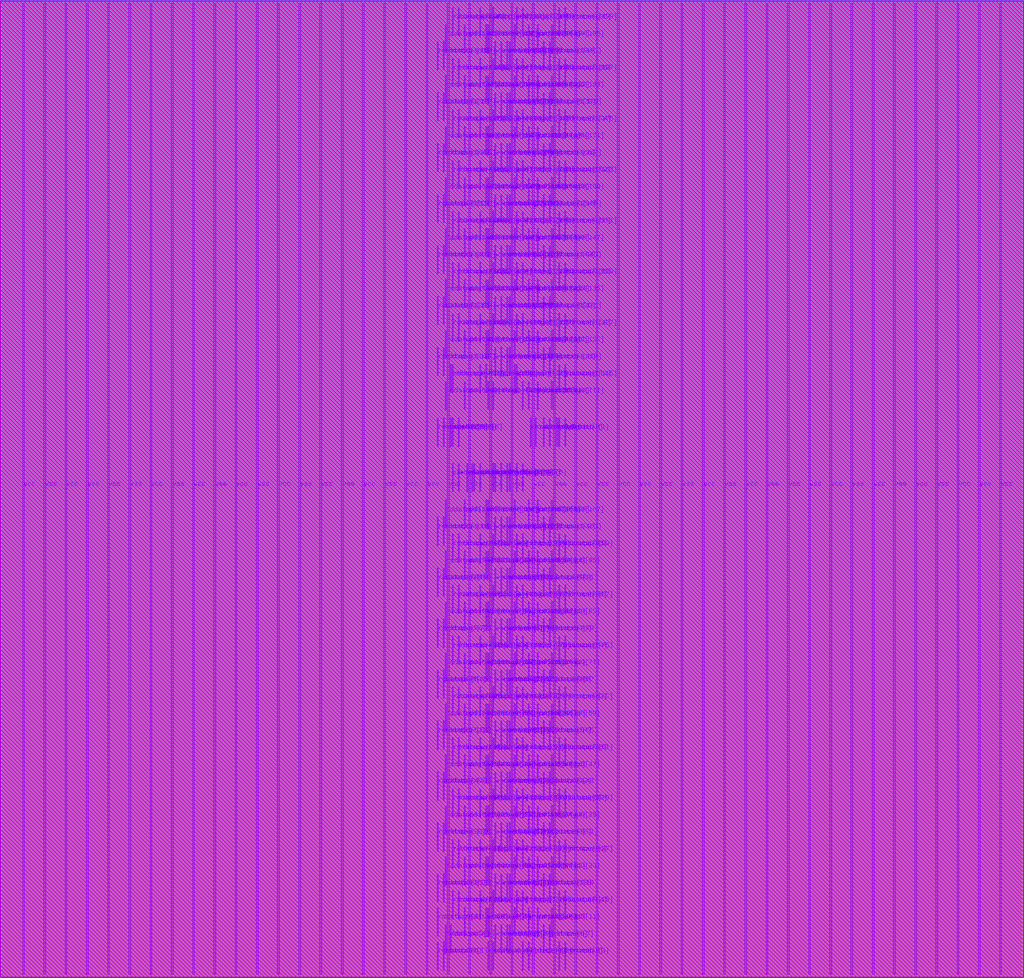
<source format=lef>
VERSION 5.8 ;
BUSBITCHARS "[]" ;
DIVIDERCHAR "/" ;

UNITS
  DATABASE MICRONS 4000 ;
END UNITS

MANUFACTURINGGRID 0.0005 ;

MACRO arf198b128e1r1w0cbbehbaa4acw
  CLASS BLOCK ;
  ORIGIN 0 0 ;
  FOREIGN arf198b128e1r1w0cbbehbaa4acw 0 0 ;
  SIZE 43.2 BY 41.28 ;
  PIN ckrdp0
    DIRECTION INPUT ;
    USE SIGNAL ;
    PORT
      LAYER m7 ;
        RECT 22.372 22.44 22.416 23.64 ;
    END
  END ckrdp0
  PIN ckwrp0
    DIRECTION INPUT ;
    USE SIGNAL ;
    PORT
      LAYER m7 ;
        RECT 19.072 20.52 19.116 21.72 ;
    END
  END ckwrp0
  PIN rdaddrp0[0]
    DIRECTION INPUT ;
    USE SIGNAL ;
    PORT
      LAYER m7 ;
        RECT 23.572 22.44 23.616 23.64 ;
    END
  END rdaddrp0[0]
  PIN rdaddrp0[1]
    DIRECTION INPUT ;
    USE SIGNAL ;
    PORT
      LAYER m7 ;
        RECT 23.828 22.44 23.872 23.64 ;
    END
  END rdaddrp0[1]
  PIN rdaddrp0[2]
    DIRECTION INPUT ;
    USE SIGNAL ;
    PORT
      LAYER m7 ;
        RECT 18.428 22.44 18.472 23.64 ;
    END
  END rdaddrp0[2]
  PIN rdaddrp0[3]
    DIRECTION INPUT ;
    USE SIGNAL ;
    PORT
      LAYER m7 ;
        RECT 18.684 22.44 18.728 23.64 ;
    END
  END rdaddrp0[3]
  PIN rdaddrp0[4]
    DIRECTION INPUT ;
    USE SIGNAL ;
    PORT
      LAYER m7 ;
        RECT 18.984 22.44 19.028 23.64 ;
    END
  END rdaddrp0[4]
  PIN rdaddrp0[5]
    DIRECTION INPUT ;
    USE SIGNAL ;
    PORT
      LAYER m7 ;
        RECT 19.072 22.44 19.116 23.64 ;
    END
  END rdaddrp0[5]
  PIN rdaddrp0[6]
    DIRECTION INPUT ;
    USE SIGNAL ;
    PORT
      LAYER m7 ;
        RECT 19.328 22.44 19.372 23.64 ;
    END
  END rdaddrp0[6]
  PIN rdaddrp0_fd
    DIRECTION INPUT ;
    USE SIGNAL ;
    PORT
      LAYER m7 ;
        RECT 22.584 22.44 22.628 23.64 ;
    END
  END rdaddrp0_fd
  PIN rdaddrp0_rd
    DIRECTION INPUT ;
    USE SIGNAL ;
    PORT
      LAYER m7 ;
        RECT 22.928 22.44 22.972 23.64 ;
    END
  END rdaddrp0_rd
  PIN rddatap0[0]
    DIRECTION OUTPUT ;
    USE SIGNAL ;
    PORT
      LAYER m7 ;
        RECT 18.428 0.24 18.472 1.44 ;
    END
  END rddatap0[0]
  PIN rddatap0[100]
    DIRECTION OUTPUT ;
    USE SIGNAL ;
    PORT
      LAYER m7 ;
        RECT 18.428 18.24 18.472 19.44 ;
    END
  END rddatap0[100]
  PIN rddatap0[101]
    DIRECTION OUTPUT ;
    USE SIGNAL ;
    PORT
      LAYER m7 ;
        RECT 18.684 18.24 18.728 19.44 ;
    END
  END rddatap0[101]
  PIN rddatap0[102]
    DIRECTION OUTPUT ;
    USE SIGNAL ;
    PORT
      LAYER m7 ;
        RECT 22.928 18.24 22.972 19.44 ;
    END
  END rddatap0[102]
  PIN rddatap0[103]
    DIRECTION OUTPUT ;
    USE SIGNAL ;
    PORT
      LAYER m7 ;
        RECT 23.184 18.24 23.228 19.44 ;
    END
  END rddatap0[103]
  PIN rddatap0[104]
    DIRECTION OUTPUT ;
    USE SIGNAL ;
    PORT
      LAYER m7 ;
        RECT 19.584 18.96 19.628 20.16 ;
    END
  END rddatap0[104]
  PIN rddatap0[105]
    DIRECTION OUTPUT ;
    USE SIGNAL ;
    PORT
      LAYER m7 ;
        RECT 18.772 18.96 18.816 20.16 ;
    END
  END rddatap0[105]
  PIN rddatap0[106]
    DIRECTION OUTPUT ;
    USE SIGNAL ;
    PORT
      LAYER m7 ;
        RECT 22.672 18.96 22.716 20.16 ;
    END
  END rddatap0[106]
  PIN rddatap0[107]
    DIRECTION OUTPUT ;
    USE SIGNAL ;
    PORT
      LAYER m7 ;
        RECT 23.272 18.96 23.316 20.16 ;
    END
  END rddatap0[107]
  PIN rddatap0[108]
    DIRECTION OUTPUT ;
    USE SIGNAL ;
    PORT
      LAYER m7 ;
        RECT 18.772 24 18.816 25.2 ;
    END
  END rddatap0[108]
  PIN rddatap0[109]
    DIRECTION OUTPUT ;
    USE SIGNAL ;
    PORT
      LAYER m7 ;
        RECT 19.584 24 19.628 25.2 ;
    END
  END rddatap0[109]
  PIN rddatap0[10]
    DIRECTION OUTPUT ;
    USE SIGNAL ;
    PORT
      LAYER m7 ;
        RECT 22.672 1.68 22.716 2.88 ;
    END
  END rddatap0[10]
  PIN rddatap0[110]
    DIRECTION OUTPUT ;
    USE SIGNAL ;
    PORT
      LAYER m7 ;
        RECT 22.672 24 22.716 25.2 ;
    END
  END rddatap0[110]
  PIN rddatap0[111]
    DIRECTION OUTPUT ;
    USE SIGNAL ;
    PORT
      LAYER m7 ;
        RECT 23.272 24 23.316 25.2 ;
    END
  END rddatap0[111]
  PIN rddatap0[112]
    DIRECTION OUTPUT ;
    USE SIGNAL ;
    PORT
      LAYER m7 ;
        RECT 18.984 24.72 19.028 25.92 ;
    END
  END rddatap0[112]
  PIN rddatap0[113]
    DIRECTION OUTPUT ;
    USE SIGNAL ;
    PORT
      LAYER m7 ;
        RECT 19.072 24.72 19.116 25.92 ;
    END
  END rddatap0[113]
  PIN rddatap0[114]
    DIRECTION OUTPUT ;
    USE SIGNAL ;
    PORT
      LAYER m7 ;
        RECT 23.572 24.72 23.616 25.92 ;
    END
  END rddatap0[114]
  PIN rddatap0[115]
    DIRECTION OUTPUT ;
    USE SIGNAL ;
    PORT
      LAYER m7 ;
        RECT 23.828 24.72 23.872 25.92 ;
    END
  END rddatap0[115]
  PIN rddatap0[116]
    DIRECTION OUTPUT ;
    USE SIGNAL ;
    PORT
      LAYER m7 ;
        RECT 18.428 25.44 18.472 26.64 ;
    END
  END rddatap0[116]
  PIN rddatap0[117]
    DIRECTION OUTPUT ;
    USE SIGNAL ;
    PORT
      LAYER m7 ;
        RECT 18.684 25.44 18.728 26.64 ;
    END
  END rddatap0[117]
  PIN rddatap0[118]
    DIRECTION OUTPUT ;
    USE SIGNAL ;
    PORT
      LAYER m7 ;
        RECT 22.928 25.44 22.972 26.64 ;
    END
  END rddatap0[118]
  PIN rddatap0[119]
    DIRECTION OUTPUT ;
    USE SIGNAL ;
    PORT
      LAYER m7 ;
        RECT 23.184 25.44 23.228 26.64 ;
    END
  END rddatap0[119]
  PIN rddatap0[11]
    DIRECTION OUTPUT ;
    USE SIGNAL ;
    PORT
      LAYER m7 ;
        RECT 23.272 1.68 23.316 2.88 ;
    END
  END rddatap0[11]
  PIN rddatap0[120]
    DIRECTION OUTPUT ;
    USE SIGNAL ;
    PORT
      LAYER m7 ;
        RECT 19.584 26.16 19.628 27.36 ;
    END
  END rddatap0[120]
  PIN rddatap0[121]
    DIRECTION OUTPUT ;
    USE SIGNAL ;
    PORT
      LAYER m7 ;
        RECT 18.772 26.16 18.816 27.36 ;
    END
  END rddatap0[121]
  PIN rddatap0[122]
    DIRECTION OUTPUT ;
    USE SIGNAL ;
    PORT
      LAYER m7 ;
        RECT 22.672 26.16 22.716 27.36 ;
    END
  END rddatap0[122]
  PIN rddatap0[123]
    DIRECTION OUTPUT ;
    USE SIGNAL ;
    PORT
      LAYER m7 ;
        RECT 23.272 26.16 23.316 27.36 ;
    END
  END rddatap0[123]
  PIN rddatap0[124]
    DIRECTION OUTPUT ;
    USE SIGNAL ;
    PORT
      LAYER m7 ;
        RECT 19.072 26.88 19.116 28.08 ;
    END
  END rddatap0[124]
  PIN rddatap0[125]
    DIRECTION OUTPUT ;
    USE SIGNAL ;
    PORT
      LAYER m7 ;
        RECT 19.328 26.88 19.372 28.08 ;
    END
  END rddatap0[125]
  PIN rddatap0[126]
    DIRECTION OUTPUT ;
    USE SIGNAL ;
    PORT
      LAYER m7 ;
        RECT 23.572 26.88 23.616 28.08 ;
    END
  END rddatap0[126]
  PIN rddatap0[127]
    DIRECTION OUTPUT ;
    USE SIGNAL ;
    PORT
      LAYER m7 ;
        RECT 23.828 26.88 23.872 28.08 ;
    END
  END rddatap0[127]
  PIN rddatap0[128]
    DIRECTION OUTPUT ;
    USE SIGNAL ;
    PORT
      LAYER m7 ;
        RECT 18.428 27.6 18.472 28.8 ;
    END
  END rddatap0[128]
  PIN rddatap0[129]
    DIRECTION OUTPUT ;
    USE SIGNAL ;
    PORT
      LAYER m7 ;
        RECT 18.684 27.6 18.728 28.8 ;
    END
  END rddatap0[129]
  PIN rddatap0[12]
    DIRECTION OUTPUT ;
    USE SIGNAL ;
    PORT
      LAYER m7 ;
        RECT 19.072 2.4 19.116 3.6 ;
    END
  END rddatap0[12]
  PIN rddatap0[130]
    DIRECTION OUTPUT ;
    USE SIGNAL ;
    PORT
      LAYER m7 ;
        RECT 22.928 27.6 22.972 28.8 ;
    END
  END rddatap0[130]
  PIN rddatap0[131]
    DIRECTION OUTPUT ;
    USE SIGNAL ;
    PORT
      LAYER m7 ;
        RECT 23.184 27.6 23.228 28.8 ;
    END
  END rddatap0[131]
  PIN rddatap0[132]
    DIRECTION OUTPUT ;
    USE SIGNAL ;
    PORT
      LAYER m7 ;
        RECT 19.584 28.32 19.628 29.52 ;
    END
  END rddatap0[132]
  PIN rddatap0[133]
    DIRECTION OUTPUT ;
    USE SIGNAL ;
    PORT
      LAYER m7 ;
        RECT 18.772 28.32 18.816 29.52 ;
    END
  END rddatap0[133]
  PIN rddatap0[134]
    DIRECTION OUTPUT ;
    USE SIGNAL ;
    PORT
      LAYER m7 ;
        RECT 22.672 28.32 22.716 29.52 ;
    END
  END rddatap0[134]
  PIN rddatap0[135]
    DIRECTION OUTPUT ;
    USE SIGNAL ;
    PORT
      LAYER m7 ;
        RECT 23.272 28.32 23.316 29.52 ;
    END
  END rddatap0[135]
  PIN rddatap0[136]
    DIRECTION OUTPUT ;
    USE SIGNAL ;
    PORT
      LAYER m7 ;
        RECT 19.072 29.04 19.116 30.24 ;
    END
  END rddatap0[136]
  PIN rddatap0[137]
    DIRECTION OUTPUT ;
    USE SIGNAL ;
    PORT
      LAYER m7 ;
        RECT 19.328 29.04 19.372 30.24 ;
    END
  END rddatap0[137]
  PIN rddatap0[138]
    DIRECTION OUTPUT ;
    USE SIGNAL ;
    PORT
      LAYER m7 ;
        RECT 23.572 29.04 23.616 30.24 ;
    END
  END rddatap0[138]
  PIN rddatap0[139]
    DIRECTION OUTPUT ;
    USE SIGNAL ;
    PORT
      LAYER m7 ;
        RECT 23.828 29.04 23.872 30.24 ;
    END
  END rddatap0[139]
  PIN rddatap0[13]
    DIRECTION OUTPUT ;
    USE SIGNAL ;
    PORT
      LAYER m7 ;
        RECT 19.328 2.4 19.372 3.6 ;
    END
  END rddatap0[13]
  PIN rddatap0[140]
    DIRECTION OUTPUT ;
    USE SIGNAL ;
    PORT
      LAYER m7 ;
        RECT 18.428 29.76 18.472 30.96 ;
    END
  END rddatap0[140]
  PIN rddatap0[141]
    DIRECTION OUTPUT ;
    USE SIGNAL ;
    PORT
      LAYER m7 ;
        RECT 18.684 29.76 18.728 30.96 ;
    END
  END rddatap0[141]
  PIN rddatap0[142]
    DIRECTION OUTPUT ;
    USE SIGNAL ;
    PORT
      LAYER m7 ;
        RECT 22.928 29.76 22.972 30.96 ;
    END
  END rddatap0[142]
  PIN rddatap0[143]
    DIRECTION OUTPUT ;
    USE SIGNAL ;
    PORT
      LAYER m7 ;
        RECT 23.184 29.76 23.228 30.96 ;
    END
  END rddatap0[143]
  PIN rddatap0[144]
    DIRECTION OUTPUT ;
    USE SIGNAL ;
    PORT
      LAYER m7 ;
        RECT 19.584 30.48 19.628 31.68 ;
    END
  END rddatap0[144]
  PIN rddatap0[145]
    DIRECTION OUTPUT ;
    USE SIGNAL ;
    PORT
      LAYER m7 ;
        RECT 18.772 30.48 18.816 31.68 ;
    END
  END rddatap0[145]
  PIN rddatap0[146]
    DIRECTION OUTPUT ;
    USE SIGNAL ;
    PORT
      LAYER m7 ;
        RECT 22.672 30.48 22.716 31.68 ;
    END
  END rddatap0[146]
  PIN rddatap0[147]
    DIRECTION OUTPUT ;
    USE SIGNAL ;
    PORT
      LAYER m7 ;
        RECT 23.272 30.48 23.316 31.68 ;
    END
  END rddatap0[147]
  PIN rddatap0[148]
    DIRECTION OUTPUT ;
    USE SIGNAL ;
    PORT
      LAYER m7 ;
        RECT 19.072 31.2 19.116 32.4 ;
    END
  END rddatap0[148]
  PIN rddatap0[149]
    DIRECTION OUTPUT ;
    USE SIGNAL ;
    PORT
      LAYER m7 ;
        RECT 19.328 31.2 19.372 32.4 ;
    END
  END rddatap0[149]
  PIN rddatap0[14]
    DIRECTION OUTPUT ;
    USE SIGNAL ;
    PORT
      LAYER m7 ;
        RECT 23.572 2.4 23.616 3.6 ;
    END
  END rddatap0[14]
  PIN rddatap0[150]
    DIRECTION OUTPUT ;
    USE SIGNAL ;
    PORT
      LAYER m7 ;
        RECT 23.572 31.2 23.616 32.4 ;
    END
  END rddatap0[150]
  PIN rddatap0[151]
    DIRECTION OUTPUT ;
    USE SIGNAL ;
    PORT
      LAYER m7 ;
        RECT 23.828 31.2 23.872 32.4 ;
    END
  END rddatap0[151]
  PIN rddatap0[152]
    DIRECTION OUTPUT ;
    USE SIGNAL ;
    PORT
      LAYER m7 ;
        RECT 18.428 31.92 18.472 33.12 ;
    END
  END rddatap0[152]
  PIN rddatap0[153]
    DIRECTION OUTPUT ;
    USE SIGNAL ;
    PORT
      LAYER m7 ;
        RECT 18.684 31.92 18.728 33.12 ;
    END
  END rddatap0[153]
  PIN rddatap0[154]
    DIRECTION OUTPUT ;
    USE SIGNAL ;
    PORT
      LAYER m7 ;
        RECT 22.928 31.92 22.972 33.12 ;
    END
  END rddatap0[154]
  PIN rddatap0[155]
    DIRECTION OUTPUT ;
    USE SIGNAL ;
    PORT
      LAYER m7 ;
        RECT 23.184 31.92 23.228 33.12 ;
    END
  END rddatap0[155]
  PIN rddatap0[156]
    DIRECTION OUTPUT ;
    USE SIGNAL ;
    PORT
      LAYER m7 ;
        RECT 19.584 32.64 19.628 33.84 ;
    END
  END rddatap0[156]
  PIN rddatap0[157]
    DIRECTION OUTPUT ;
    USE SIGNAL ;
    PORT
      LAYER m7 ;
        RECT 18.772 32.64 18.816 33.84 ;
    END
  END rddatap0[157]
  PIN rddatap0[158]
    DIRECTION OUTPUT ;
    USE SIGNAL ;
    PORT
      LAYER m7 ;
        RECT 22.672 32.64 22.716 33.84 ;
    END
  END rddatap0[158]
  PIN rddatap0[159]
    DIRECTION OUTPUT ;
    USE SIGNAL ;
    PORT
      LAYER m7 ;
        RECT 23.272 32.64 23.316 33.84 ;
    END
  END rddatap0[159]
  PIN rddatap0[15]
    DIRECTION OUTPUT ;
    USE SIGNAL ;
    PORT
      LAYER m7 ;
        RECT 23.828 2.4 23.872 3.6 ;
    END
  END rddatap0[15]
  PIN rddatap0[160]
    DIRECTION OUTPUT ;
    USE SIGNAL ;
    PORT
      LAYER m7 ;
        RECT 19.072 33.36 19.116 34.56 ;
    END
  END rddatap0[160]
  PIN rddatap0[161]
    DIRECTION OUTPUT ;
    USE SIGNAL ;
    PORT
      LAYER m7 ;
        RECT 19.328 33.36 19.372 34.56 ;
    END
  END rddatap0[161]
  PIN rddatap0[162]
    DIRECTION OUTPUT ;
    USE SIGNAL ;
    PORT
      LAYER m7 ;
        RECT 23.572 33.36 23.616 34.56 ;
    END
  END rddatap0[162]
  PIN rddatap0[163]
    DIRECTION OUTPUT ;
    USE SIGNAL ;
    PORT
      LAYER m7 ;
        RECT 23.828 33.36 23.872 34.56 ;
    END
  END rddatap0[163]
  PIN rddatap0[164]
    DIRECTION OUTPUT ;
    USE SIGNAL ;
    PORT
      LAYER m7 ;
        RECT 18.428 34.08 18.472 35.28 ;
    END
  END rddatap0[164]
  PIN rddatap0[165]
    DIRECTION OUTPUT ;
    USE SIGNAL ;
    PORT
      LAYER m7 ;
        RECT 18.684 34.08 18.728 35.28 ;
    END
  END rddatap0[165]
  PIN rddatap0[166]
    DIRECTION OUTPUT ;
    USE SIGNAL ;
    PORT
      LAYER m7 ;
        RECT 22.928 34.08 22.972 35.28 ;
    END
  END rddatap0[166]
  PIN rddatap0[167]
    DIRECTION OUTPUT ;
    USE SIGNAL ;
    PORT
      LAYER m7 ;
        RECT 23.184 34.08 23.228 35.28 ;
    END
  END rddatap0[167]
  PIN rddatap0[168]
    DIRECTION OUTPUT ;
    USE SIGNAL ;
    PORT
      LAYER m7 ;
        RECT 19.584 34.8 19.628 36 ;
    END
  END rddatap0[168]
  PIN rddatap0[169]
    DIRECTION OUTPUT ;
    USE SIGNAL ;
    PORT
      LAYER m7 ;
        RECT 18.772 34.8 18.816 36 ;
    END
  END rddatap0[169]
  PIN rddatap0[16]
    DIRECTION OUTPUT ;
    USE SIGNAL ;
    PORT
      LAYER m7 ;
        RECT 18.428 3.12 18.472 4.32 ;
    END
  END rddatap0[16]
  PIN rddatap0[170]
    DIRECTION OUTPUT ;
    USE SIGNAL ;
    PORT
      LAYER m7 ;
        RECT 22.672 34.8 22.716 36 ;
    END
  END rddatap0[170]
  PIN rddatap0[171]
    DIRECTION OUTPUT ;
    USE SIGNAL ;
    PORT
      LAYER m7 ;
        RECT 23.272 34.8 23.316 36 ;
    END
  END rddatap0[171]
  PIN rddatap0[172]
    DIRECTION OUTPUT ;
    USE SIGNAL ;
    PORT
      LAYER m7 ;
        RECT 19.072 35.52 19.116 36.72 ;
    END
  END rddatap0[172]
  PIN rddatap0[173]
    DIRECTION OUTPUT ;
    USE SIGNAL ;
    PORT
      LAYER m7 ;
        RECT 19.328 35.52 19.372 36.72 ;
    END
  END rddatap0[173]
  PIN rddatap0[174]
    DIRECTION OUTPUT ;
    USE SIGNAL ;
    PORT
      LAYER m7 ;
        RECT 23.572 35.52 23.616 36.72 ;
    END
  END rddatap0[174]
  PIN rddatap0[175]
    DIRECTION OUTPUT ;
    USE SIGNAL ;
    PORT
      LAYER m7 ;
        RECT 23.828 35.52 23.872 36.72 ;
    END
  END rddatap0[175]
  PIN rddatap0[176]
    DIRECTION OUTPUT ;
    USE SIGNAL ;
    PORT
      LAYER m7 ;
        RECT 18.428 36.24 18.472 37.44 ;
    END
  END rddatap0[176]
  PIN rddatap0[177]
    DIRECTION OUTPUT ;
    USE SIGNAL ;
    PORT
      LAYER m7 ;
        RECT 18.684 36.24 18.728 37.44 ;
    END
  END rddatap0[177]
  PIN rddatap0[178]
    DIRECTION OUTPUT ;
    USE SIGNAL ;
    PORT
      LAYER m7 ;
        RECT 22.928 36.24 22.972 37.44 ;
    END
  END rddatap0[178]
  PIN rddatap0[179]
    DIRECTION OUTPUT ;
    USE SIGNAL ;
    PORT
      LAYER m7 ;
        RECT 23.184 36.24 23.228 37.44 ;
    END
  END rddatap0[179]
  PIN rddatap0[17]
    DIRECTION OUTPUT ;
    USE SIGNAL ;
    PORT
      LAYER m7 ;
        RECT 18.684 3.12 18.728 4.32 ;
    END
  END rddatap0[17]
  PIN rddatap0[180]
    DIRECTION OUTPUT ;
    USE SIGNAL ;
    PORT
      LAYER m7 ;
        RECT 19.584 36.96 19.628 38.16 ;
    END
  END rddatap0[180]
  PIN rddatap0[181]
    DIRECTION OUTPUT ;
    USE SIGNAL ;
    PORT
      LAYER m7 ;
        RECT 18.772 36.96 18.816 38.16 ;
    END
  END rddatap0[181]
  PIN rddatap0[182]
    DIRECTION OUTPUT ;
    USE SIGNAL ;
    PORT
      LAYER m7 ;
        RECT 22.672 36.96 22.716 38.16 ;
    END
  END rddatap0[182]
  PIN rddatap0[183]
    DIRECTION OUTPUT ;
    USE SIGNAL ;
    PORT
      LAYER m7 ;
        RECT 23.272 36.96 23.316 38.16 ;
    END
  END rddatap0[183]
  PIN rddatap0[184]
    DIRECTION OUTPUT ;
    USE SIGNAL ;
    PORT
      LAYER m7 ;
        RECT 19.072 37.68 19.116 38.88 ;
    END
  END rddatap0[184]
  PIN rddatap0[185]
    DIRECTION OUTPUT ;
    USE SIGNAL ;
    PORT
      LAYER m7 ;
        RECT 19.328 37.68 19.372 38.88 ;
    END
  END rddatap0[185]
  PIN rddatap0[186]
    DIRECTION OUTPUT ;
    USE SIGNAL ;
    PORT
      LAYER m7 ;
        RECT 23.572 37.68 23.616 38.88 ;
    END
  END rddatap0[186]
  PIN rddatap0[187]
    DIRECTION OUTPUT ;
    USE SIGNAL ;
    PORT
      LAYER m7 ;
        RECT 23.828 37.68 23.872 38.88 ;
    END
  END rddatap0[187]
  PIN rddatap0[188]
    DIRECTION OUTPUT ;
    USE SIGNAL ;
    PORT
      LAYER m7 ;
        RECT 18.428 38.4 18.472 39.6 ;
    END
  END rddatap0[188]
  PIN rddatap0[189]
    DIRECTION OUTPUT ;
    USE SIGNAL ;
    PORT
      LAYER m7 ;
        RECT 18.684 38.4 18.728 39.6 ;
    END
  END rddatap0[189]
  PIN rddatap0[18]
    DIRECTION OUTPUT ;
    USE SIGNAL ;
    PORT
      LAYER m7 ;
        RECT 22.928 3.12 22.972 4.32 ;
    END
  END rddatap0[18]
  PIN rddatap0[190]
    DIRECTION OUTPUT ;
    USE SIGNAL ;
    PORT
      LAYER m7 ;
        RECT 22.928 38.4 22.972 39.6 ;
    END
  END rddatap0[190]
  PIN rddatap0[191]
    DIRECTION OUTPUT ;
    USE SIGNAL ;
    PORT
      LAYER m7 ;
        RECT 23.184 38.4 23.228 39.6 ;
    END
  END rddatap0[191]
  PIN rddatap0[192]
    DIRECTION OUTPUT ;
    USE SIGNAL ;
    PORT
      LAYER m7 ;
        RECT 19.584 39.12 19.628 40.32 ;
    END
  END rddatap0[192]
  PIN rddatap0[193]
    DIRECTION OUTPUT ;
    USE SIGNAL ;
    PORT
      LAYER m7 ;
        RECT 18.772 39.12 18.816 40.32 ;
    END
  END rddatap0[193]
  PIN rddatap0[194]
    DIRECTION OUTPUT ;
    USE SIGNAL ;
    PORT
      LAYER m7 ;
        RECT 22.672 39.12 22.716 40.32 ;
    END
  END rddatap0[194]
  PIN rddatap0[195]
    DIRECTION OUTPUT ;
    USE SIGNAL ;
    PORT
      LAYER m7 ;
        RECT 23.272 39.12 23.316 40.32 ;
    END
  END rddatap0[195]
  PIN rddatap0[196]
    DIRECTION OUTPUT ;
    USE SIGNAL ;
    PORT
      LAYER m7 ;
        RECT 19.072 39.84 19.116 41.04 ;
    END
  END rddatap0[196]
  PIN rddatap0[197]
    DIRECTION OUTPUT ;
    USE SIGNAL ;
    PORT
      LAYER m7 ;
        RECT 19.328 39.84 19.372 41.04 ;
    END
  END rddatap0[197]
  PIN rddatap0[198]
    DIRECTION OUTPUT ;
    USE SIGNAL ;
    PORT
      LAYER m7 ;
        RECT 23.572 39.84 23.616 41.04 ;
    END
  END rddatap0[198]
  PIN rddatap0[199]
    DIRECTION OUTPUT ;
    USE SIGNAL ;
    PORT
      LAYER m7 ;
        RECT 23.828 39.84 23.872 41.04 ;
    END
  END rddatap0[199]
  PIN rddatap0[19]
    DIRECTION OUTPUT ;
    USE SIGNAL ;
    PORT
      LAYER m7 ;
        RECT 23.184 3.12 23.228 4.32 ;
    END
  END rddatap0[19]
  PIN rddatap0[1]
    DIRECTION OUTPUT ;
    USE SIGNAL ;
    PORT
      LAYER m7 ;
        RECT 18.684 0.24 18.728 1.44 ;
    END
  END rddatap0[1]
  PIN rddatap0[20]
    DIRECTION OUTPUT ;
    USE SIGNAL ;
    PORT
      LAYER m7 ;
        RECT 19.584 3.84 19.628 5.04 ;
    END
  END rddatap0[20]
  PIN rddatap0[21]
    DIRECTION OUTPUT ;
    USE SIGNAL ;
    PORT
      LAYER m7 ;
        RECT 18.772 3.84 18.816 5.04 ;
    END
  END rddatap0[21]
  PIN rddatap0[22]
    DIRECTION OUTPUT ;
    USE SIGNAL ;
    PORT
      LAYER m7 ;
        RECT 22.672 3.84 22.716 5.04 ;
    END
  END rddatap0[22]
  PIN rddatap0[23]
    DIRECTION OUTPUT ;
    USE SIGNAL ;
    PORT
      LAYER m7 ;
        RECT 23.272 3.84 23.316 5.04 ;
    END
  END rddatap0[23]
  PIN rddatap0[24]
    DIRECTION OUTPUT ;
    USE SIGNAL ;
    PORT
      LAYER m7 ;
        RECT 19.072 4.56 19.116 5.76 ;
    END
  END rddatap0[24]
  PIN rddatap0[25]
    DIRECTION OUTPUT ;
    USE SIGNAL ;
    PORT
      LAYER m7 ;
        RECT 19.328 4.56 19.372 5.76 ;
    END
  END rddatap0[25]
  PIN rddatap0[26]
    DIRECTION OUTPUT ;
    USE SIGNAL ;
    PORT
      LAYER m7 ;
        RECT 23.572 4.56 23.616 5.76 ;
    END
  END rddatap0[26]
  PIN rddatap0[27]
    DIRECTION OUTPUT ;
    USE SIGNAL ;
    PORT
      LAYER m7 ;
        RECT 23.828 4.56 23.872 5.76 ;
    END
  END rddatap0[27]
  PIN rddatap0[28]
    DIRECTION OUTPUT ;
    USE SIGNAL ;
    PORT
      LAYER m7 ;
        RECT 18.428 5.28 18.472 6.48 ;
    END
  END rddatap0[28]
  PIN rddatap0[29]
    DIRECTION OUTPUT ;
    USE SIGNAL ;
    PORT
      LAYER m7 ;
        RECT 18.684 5.28 18.728 6.48 ;
    END
  END rddatap0[29]
  PIN rddatap0[2]
    DIRECTION OUTPUT ;
    USE SIGNAL ;
    PORT
      LAYER m7 ;
        RECT 23.572 0.24 23.616 1.44 ;
    END
  END rddatap0[2]
  PIN rddatap0[30]
    DIRECTION OUTPUT ;
    USE SIGNAL ;
    PORT
      LAYER m7 ;
        RECT 22.928 5.28 22.972 6.48 ;
    END
  END rddatap0[30]
  PIN rddatap0[31]
    DIRECTION OUTPUT ;
    USE SIGNAL ;
    PORT
      LAYER m7 ;
        RECT 23.184 5.28 23.228 6.48 ;
    END
  END rddatap0[31]
  PIN rddatap0[32]
    DIRECTION OUTPUT ;
    USE SIGNAL ;
    PORT
      LAYER m7 ;
        RECT 19.584 6 19.628 7.2 ;
    END
  END rddatap0[32]
  PIN rddatap0[33]
    DIRECTION OUTPUT ;
    USE SIGNAL ;
    PORT
      LAYER m7 ;
        RECT 18.772 6 18.816 7.2 ;
    END
  END rddatap0[33]
  PIN rddatap0[34]
    DIRECTION OUTPUT ;
    USE SIGNAL ;
    PORT
      LAYER m7 ;
        RECT 22.672 6 22.716 7.2 ;
    END
  END rddatap0[34]
  PIN rddatap0[35]
    DIRECTION OUTPUT ;
    USE SIGNAL ;
    PORT
      LAYER m7 ;
        RECT 23.272 6 23.316 7.2 ;
    END
  END rddatap0[35]
  PIN rddatap0[36]
    DIRECTION OUTPUT ;
    USE SIGNAL ;
    PORT
      LAYER m7 ;
        RECT 19.072 6.72 19.116 7.92 ;
    END
  END rddatap0[36]
  PIN rddatap0[37]
    DIRECTION OUTPUT ;
    USE SIGNAL ;
    PORT
      LAYER m7 ;
        RECT 19.328 6.72 19.372 7.92 ;
    END
  END rddatap0[37]
  PIN rddatap0[38]
    DIRECTION OUTPUT ;
    USE SIGNAL ;
    PORT
      LAYER m7 ;
        RECT 23.572 6.72 23.616 7.92 ;
    END
  END rddatap0[38]
  PIN rddatap0[39]
    DIRECTION OUTPUT ;
    USE SIGNAL ;
    PORT
      LAYER m7 ;
        RECT 23.828 6.72 23.872 7.92 ;
    END
  END rddatap0[39]
  PIN rddatap0[3]
    DIRECTION OUTPUT ;
    USE SIGNAL ;
    PORT
      LAYER m7 ;
        RECT 23.828 0.24 23.872 1.44 ;
    END
  END rddatap0[3]
  PIN rddatap0[40]
    DIRECTION OUTPUT ;
    USE SIGNAL ;
    PORT
      LAYER m7 ;
        RECT 18.428 7.44 18.472 8.64 ;
    END
  END rddatap0[40]
  PIN rddatap0[41]
    DIRECTION OUTPUT ;
    USE SIGNAL ;
    PORT
      LAYER m7 ;
        RECT 18.684 7.44 18.728 8.64 ;
    END
  END rddatap0[41]
  PIN rddatap0[42]
    DIRECTION OUTPUT ;
    USE SIGNAL ;
    PORT
      LAYER m7 ;
        RECT 22.928 7.44 22.972 8.64 ;
    END
  END rddatap0[42]
  PIN rddatap0[43]
    DIRECTION OUTPUT ;
    USE SIGNAL ;
    PORT
      LAYER m7 ;
        RECT 23.184 7.44 23.228 8.64 ;
    END
  END rddatap0[43]
  PIN rddatap0[44]
    DIRECTION OUTPUT ;
    USE SIGNAL ;
    PORT
      LAYER m7 ;
        RECT 19.584 8.16 19.628 9.36 ;
    END
  END rddatap0[44]
  PIN rddatap0[45]
    DIRECTION OUTPUT ;
    USE SIGNAL ;
    PORT
      LAYER m7 ;
        RECT 18.772 8.16 18.816 9.36 ;
    END
  END rddatap0[45]
  PIN rddatap0[46]
    DIRECTION OUTPUT ;
    USE SIGNAL ;
    PORT
      LAYER m7 ;
        RECT 22.672 8.16 22.716 9.36 ;
    END
  END rddatap0[46]
  PIN rddatap0[47]
    DIRECTION OUTPUT ;
    USE SIGNAL ;
    PORT
      LAYER m7 ;
        RECT 23.272 8.16 23.316 9.36 ;
    END
  END rddatap0[47]
  PIN rddatap0[48]
    DIRECTION OUTPUT ;
    USE SIGNAL ;
    PORT
      LAYER m7 ;
        RECT 19.072 8.88 19.116 10.08 ;
    END
  END rddatap0[48]
  PIN rddatap0[49]
    DIRECTION OUTPUT ;
    USE SIGNAL ;
    PORT
      LAYER m7 ;
        RECT 19.328 8.88 19.372 10.08 ;
    END
  END rddatap0[49]
  PIN rddatap0[4]
    DIRECTION OUTPUT ;
    USE SIGNAL ;
    PORT
      LAYER m7 ;
        RECT 18.772 0.96 18.816 2.16 ;
    END
  END rddatap0[4]
  PIN rddatap0[50]
    DIRECTION OUTPUT ;
    USE SIGNAL ;
    PORT
      LAYER m7 ;
        RECT 23.572 8.88 23.616 10.08 ;
    END
  END rddatap0[50]
  PIN rddatap0[51]
    DIRECTION OUTPUT ;
    USE SIGNAL ;
    PORT
      LAYER m7 ;
        RECT 23.828 8.88 23.872 10.08 ;
    END
  END rddatap0[51]
  PIN rddatap0[52]
    DIRECTION OUTPUT ;
    USE SIGNAL ;
    PORT
      LAYER m7 ;
        RECT 18.428 9.6 18.472 10.8 ;
    END
  END rddatap0[52]
  PIN rddatap0[53]
    DIRECTION OUTPUT ;
    USE SIGNAL ;
    PORT
      LAYER m7 ;
        RECT 18.684 9.6 18.728 10.8 ;
    END
  END rddatap0[53]
  PIN rddatap0[54]
    DIRECTION OUTPUT ;
    USE SIGNAL ;
    PORT
      LAYER m7 ;
        RECT 22.928 9.6 22.972 10.8 ;
    END
  END rddatap0[54]
  PIN rddatap0[55]
    DIRECTION OUTPUT ;
    USE SIGNAL ;
    PORT
      LAYER m7 ;
        RECT 23.184 9.6 23.228 10.8 ;
    END
  END rddatap0[55]
  PIN rddatap0[56]
    DIRECTION OUTPUT ;
    USE SIGNAL ;
    PORT
      LAYER m7 ;
        RECT 19.584 10.32 19.628 11.52 ;
    END
  END rddatap0[56]
  PIN rddatap0[57]
    DIRECTION OUTPUT ;
    USE SIGNAL ;
    PORT
      LAYER m7 ;
        RECT 18.772 10.32 18.816 11.52 ;
    END
  END rddatap0[57]
  PIN rddatap0[58]
    DIRECTION OUTPUT ;
    USE SIGNAL ;
    PORT
      LAYER m7 ;
        RECT 22.672 10.32 22.716 11.52 ;
    END
  END rddatap0[58]
  PIN rddatap0[59]
    DIRECTION OUTPUT ;
    USE SIGNAL ;
    PORT
      LAYER m7 ;
        RECT 23.272 10.32 23.316 11.52 ;
    END
  END rddatap0[59]
  PIN rddatap0[5]
    DIRECTION OUTPUT ;
    USE SIGNAL ;
    PORT
      LAYER m7 ;
        RECT 18.984 0.96 19.028 2.16 ;
    END
  END rddatap0[5]
  PIN rddatap0[60]
    DIRECTION OUTPUT ;
    USE SIGNAL ;
    PORT
      LAYER m7 ;
        RECT 19.072 11.04 19.116 12.24 ;
    END
  END rddatap0[60]
  PIN rddatap0[61]
    DIRECTION OUTPUT ;
    USE SIGNAL ;
    PORT
      LAYER m7 ;
        RECT 19.328 11.04 19.372 12.24 ;
    END
  END rddatap0[61]
  PIN rddatap0[62]
    DIRECTION OUTPUT ;
    USE SIGNAL ;
    PORT
      LAYER m7 ;
        RECT 23.572 11.04 23.616 12.24 ;
    END
  END rddatap0[62]
  PIN rddatap0[63]
    DIRECTION OUTPUT ;
    USE SIGNAL ;
    PORT
      LAYER m7 ;
        RECT 23.828 11.04 23.872 12.24 ;
    END
  END rddatap0[63]
  PIN rddatap0[64]
    DIRECTION OUTPUT ;
    USE SIGNAL ;
    PORT
      LAYER m7 ;
        RECT 18.428 11.76 18.472 12.96 ;
    END
  END rddatap0[64]
  PIN rddatap0[65]
    DIRECTION OUTPUT ;
    USE SIGNAL ;
    PORT
      LAYER m7 ;
        RECT 18.684 11.76 18.728 12.96 ;
    END
  END rddatap0[65]
  PIN rddatap0[66]
    DIRECTION OUTPUT ;
    USE SIGNAL ;
    PORT
      LAYER m7 ;
        RECT 22.928 11.76 22.972 12.96 ;
    END
  END rddatap0[66]
  PIN rddatap0[67]
    DIRECTION OUTPUT ;
    USE SIGNAL ;
    PORT
      LAYER m7 ;
        RECT 23.184 11.76 23.228 12.96 ;
    END
  END rddatap0[67]
  PIN rddatap0[68]
    DIRECTION OUTPUT ;
    USE SIGNAL ;
    PORT
      LAYER m7 ;
        RECT 19.584 12.48 19.628 13.68 ;
    END
  END rddatap0[68]
  PIN rddatap0[69]
    DIRECTION OUTPUT ;
    USE SIGNAL ;
    PORT
      LAYER m7 ;
        RECT 18.772 12.48 18.816 13.68 ;
    END
  END rddatap0[69]
  PIN rddatap0[6]
    DIRECTION OUTPUT ;
    USE SIGNAL ;
    PORT
      LAYER m7 ;
        RECT 22.928 0.96 22.972 2.16 ;
    END
  END rddatap0[6]
  PIN rddatap0[70]
    DIRECTION OUTPUT ;
    USE SIGNAL ;
    PORT
      LAYER m7 ;
        RECT 22.672 12.48 22.716 13.68 ;
    END
  END rddatap0[70]
  PIN rddatap0[71]
    DIRECTION OUTPUT ;
    USE SIGNAL ;
    PORT
      LAYER m7 ;
        RECT 23.272 12.48 23.316 13.68 ;
    END
  END rddatap0[71]
  PIN rddatap0[72]
    DIRECTION OUTPUT ;
    USE SIGNAL ;
    PORT
      LAYER m7 ;
        RECT 19.072 13.2 19.116 14.4 ;
    END
  END rddatap0[72]
  PIN rddatap0[73]
    DIRECTION OUTPUT ;
    USE SIGNAL ;
    PORT
      LAYER m7 ;
        RECT 19.328 13.2 19.372 14.4 ;
    END
  END rddatap0[73]
  PIN rddatap0[74]
    DIRECTION OUTPUT ;
    USE SIGNAL ;
    PORT
      LAYER m7 ;
        RECT 23.572 13.2 23.616 14.4 ;
    END
  END rddatap0[74]
  PIN rddatap0[75]
    DIRECTION OUTPUT ;
    USE SIGNAL ;
    PORT
      LAYER m7 ;
        RECT 23.828 13.2 23.872 14.4 ;
    END
  END rddatap0[75]
  PIN rddatap0[76]
    DIRECTION OUTPUT ;
    USE SIGNAL ;
    PORT
      LAYER m7 ;
        RECT 18.428 13.92 18.472 15.12 ;
    END
  END rddatap0[76]
  PIN rddatap0[77]
    DIRECTION OUTPUT ;
    USE SIGNAL ;
    PORT
      LAYER m7 ;
        RECT 18.684 13.92 18.728 15.12 ;
    END
  END rddatap0[77]
  PIN rddatap0[78]
    DIRECTION OUTPUT ;
    USE SIGNAL ;
    PORT
      LAYER m7 ;
        RECT 22.928 13.92 22.972 15.12 ;
    END
  END rddatap0[78]
  PIN rddatap0[79]
    DIRECTION OUTPUT ;
    USE SIGNAL ;
    PORT
      LAYER m7 ;
        RECT 23.184 13.92 23.228 15.12 ;
    END
  END rddatap0[79]
  PIN rddatap0[7]
    DIRECTION OUTPUT ;
    USE SIGNAL ;
    PORT
      LAYER m7 ;
        RECT 23.184 0.96 23.228 2.16 ;
    END
  END rddatap0[7]
  PIN rddatap0[80]
    DIRECTION OUTPUT ;
    USE SIGNAL ;
    PORT
      LAYER m7 ;
        RECT 19.584 14.64 19.628 15.84 ;
    END
  END rddatap0[80]
  PIN rddatap0[81]
    DIRECTION OUTPUT ;
    USE SIGNAL ;
    PORT
      LAYER m7 ;
        RECT 18.772 14.64 18.816 15.84 ;
    END
  END rddatap0[81]
  PIN rddatap0[82]
    DIRECTION OUTPUT ;
    USE SIGNAL ;
    PORT
      LAYER m7 ;
        RECT 22.672 14.64 22.716 15.84 ;
    END
  END rddatap0[82]
  PIN rddatap0[83]
    DIRECTION OUTPUT ;
    USE SIGNAL ;
    PORT
      LAYER m7 ;
        RECT 23.272 14.64 23.316 15.84 ;
    END
  END rddatap0[83]
  PIN rddatap0[84]
    DIRECTION OUTPUT ;
    USE SIGNAL ;
    PORT
      LAYER m7 ;
        RECT 19.072 15.36 19.116 16.56 ;
    END
  END rddatap0[84]
  PIN rddatap0[85]
    DIRECTION OUTPUT ;
    USE SIGNAL ;
    PORT
      LAYER m7 ;
        RECT 19.328 15.36 19.372 16.56 ;
    END
  END rddatap0[85]
  PIN rddatap0[86]
    DIRECTION OUTPUT ;
    USE SIGNAL ;
    PORT
      LAYER m7 ;
        RECT 23.572 15.36 23.616 16.56 ;
    END
  END rddatap0[86]
  PIN rddatap0[87]
    DIRECTION OUTPUT ;
    USE SIGNAL ;
    PORT
      LAYER m7 ;
        RECT 23.828 15.36 23.872 16.56 ;
    END
  END rddatap0[87]
  PIN rddatap0[88]
    DIRECTION OUTPUT ;
    USE SIGNAL ;
    PORT
      LAYER m7 ;
        RECT 18.428 16.08 18.472 17.28 ;
    END
  END rddatap0[88]
  PIN rddatap0[89]
    DIRECTION OUTPUT ;
    USE SIGNAL ;
    PORT
      LAYER m7 ;
        RECT 18.684 16.08 18.728 17.28 ;
    END
  END rddatap0[89]
  PIN rddatap0[8]
    DIRECTION OUTPUT ;
    USE SIGNAL ;
    PORT
      LAYER m7 ;
        RECT 19.584 1.68 19.628 2.88 ;
    END
  END rddatap0[8]
  PIN rddatap0[90]
    DIRECTION OUTPUT ;
    USE SIGNAL ;
    PORT
      LAYER m7 ;
        RECT 22.928 16.08 22.972 17.28 ;
    END
  END rddatap0[90]
  PIN rddatap0[91]
    DIRECTION OUTPUT ;
    USE SIGNAL ;
    PORT
      LAYER m7 ;
        RECT 23.184 16.08 23.228 17.28 ;
    END
  END rddatap0[91]
  PIN rddatap0[92]
    DIRECTION OUTPUT ;
    USE SIGNAL ;
    PORT
      LAYER m7 ;
        RECT 19.584 16.8 19.628 18 ;
    END
  END rddatap0[92]
  PIN rddatap0[93]
    DIRECTION OUTPUT ;
    USE SIGNAL ;
    PORT
      LAYER m7 ;
        RECT 18.772 16.8 18.816 18 ;
    END
  END rddatap0[93]
  PIN rddatap0[94]
    DIRECTION OUTPUT ;
    USE SIGNAL ;
    PORT
      LAYER m7 ;
        RECT 22.672 16.8 22.716 18 ;
    END
  END rddatap0[94]
  PIN rddatap0[95]
    DIRECTION OUTPUT ;
    USE SIGNAL ;
    PORT
      LAYER m7 ;
        RECT 23.272 16.8 23.316 18 ;
    END
  END rddatap0[95]
  PIN rddatap0[96]
    DIRECTION OUTPUT ;
    USE SIGNAL ;
    PORT
      LAYER m7 ;
        RECT 19.072 17.52 19.116 18.72 ;
    END
  END rddatap0[96]
  PIN rddatap0[97]
    DIRECTION OUTPUT ;
    USE SIGNAL ;
    PORT
      LAYER m7 ;
        RECT 19.328 17.52 19.372 18.72 ;
    END
  END rddatap0[97]
  PIN rddatap0[98]
    DIRECTION OUTPUT ;
    USE SIGNAL ;
    PORT
      LAYER m7 ;
        RECT 23.572 17.52 23.616 18.72 ;
    END
  END rddatap0[98]
  PIN rddatap0[99]
    DIRECTION OUTPUT ;
    USE SIGNAL ;
    PORT
      LAYER m7 ;
        RECT 23.828 17.52 23.872 18.72 ;
    END
  END rddatap0[99]
  PIN rddatap0[9]
    DIRECTION OUTPUT ;
    USE SIGNAL ;
    PORT
      LAYER m7 ;
        RECT 18.428 1.68 18.472 2.88 ;
    END
  END rddatap0[9]
  PIN rdenp0
    DIRECTION INPUT ;
    USE SIGNAL ;
    PORT
      LAYER m7 ;
        RECT 23.184 22.44 23.228 23.64 ;
    END
  END rdenp0
  PIN sdl_initp0
    DIRECTION INPUT ;
    USE SIGNAL ;
    PORT
      LAYER m7 ;
        RECT 23.484 22.44 23.528 23.64 ;
    END
  END sdl_initp0
  PIN vcc
    DIRECTION INPUT ;
    USE POWER ;
    PORT
      LAYER m7 ;
        RECT 42.262 0.06 42.338 41.22 ;
    END
    PORT
      LAYER m7 ;
        RECT 40.462 0.06 40.538 41.22 ;
    END
    PORT
      LAYER m7 ;
        RECT 38.662 0.06 38.738 41.22 ;
    END
    PORT
      LAYER m7 ;
        RECT 36.862 0.06 36.938 41.22 ;
    END
    PORT
      LAYER m7 ;
        RECT 35.062 0.06 35.138 41.22 ;
    END
    PORT
      LAYER m7 ;
        RECT 33.262 0.06 33.338 41.22 ;
    END
    PORT
      LAYER m7 ;
        RECT 31.462 0.06 31.538 41.22 ;
    END
    PORT
      LAYER m7 ;
        RECT 29.662 0.06 29.738 41.22 ;
    END
    PORT
      LAYER m7 ;
        RECT 27.862 0.06 27.938 41.22 ;
    END
    PORT
      LAYER m7 ;
        RECT 26.062 0.06 26.138 41.22 ;
    END
    PORT
      LAYER m7 ;
        RECT 24.262 0.06 24.338 41.22 ;
    END
    PORT
      LAYER m7 ;
        RECT 22.462 0.06 22.538 41.22 ;
    END
    PORT
      LAYER m7 ;
        RECT 20.662 0.06 20.738 41.22 ;
    END
    PORT
      LAYER m7 ;
        RECT 18.862 0.06 18.938 41.22 ;
    END
    PORT
      LAYER m7 ;
        RECT 17.062 0.06 17.138 41.22 ;
    END
    PORT
      LAYER m7 ;
        RECT 15.262 0.06 15.338 41.22 ;
    END
    PORT
      LAYER m7 ;
        RECT 13.462 0.06 13.538 41.22 ;
    END
    PORT
      LAYER m7 ;
        RECT 11.662 0.06 11.738 41.22 ;
    END
    PORT
      LAYER m7 ;
        RECT 9.862 0.06 9.938 41.22 ;
    END
    PORT
      LAYER m7 ;
        RECT 8.062 0.06 8.138 41.22 ;
    END
    PORT
      LAYER m7 ;
        RECT 6.262 0.06 6.338 41.22 ;
    END
    PORT
      LAYER m7 ;
        RECT 4.462 0.06 4.538 41.22 ;
    END
    PORT
      LAYER m7 ;
        RECT 2.662 0.06 2.738 41.22 ;
    END
    PORT
      LAYER m7 ;
        RECT 0.862 0.06 0.938 41.22 ;
    END
  END vcc
  PIN vss
    DIRECTION INOUT ;
    USE GROUND ;
    PORT
      LAYER m7 ;
        RECT 41.362 0.06 41.438 41.22 ;
    END
    PORT
      LAYER m7 ;
        RECT 39.562 0.06 39.638 41.22 ;
    END
    PORT
      LAYER m7 ;
        RECT 37.762 0.06 37.838 41.22 ;
    END
    PORT
      LAYER m7 ;
        RECT 35.962 0.06 36.038 41.22 ;
    END
    PORT
      LAYER m7 ;
        RECT 34.162 0.06 34.238 41.22 ;
    END
    PORT
      LAYER m7 ;
        RECT 32.362 0.06 32.438 41.22 ;
    END
    PORT
      LAYER m7 ;
        RECT 30.562 0.06 30.638 41.22 ;
    END
    PORT
      LAYER m7 ;
        RECT 28.762 0.06 28.838 41.22 ;
    END
    PORT
      LAYER m7 ;
        RECT 26.962 0.06 27.038 41.22 ;
    END
    PORT
      LAYER m7 ;
        RECT 25.162 0.06 25.238 41.22 ;
    END
    PORT
      LAYER m7 ;
        RECT 23.362 0.06 23.438 41.22 ;
    END
    PORT
      LAYER m7 ;
        RECT 21.562 0.06 21.638 41.22 ;
    END
    PORT
      LAYER m7 ;
        RECT 19.762 0.06 19.838 41.22 ;
    END
    PORT
      LAYER m7 ;
        RECT 17.962 0.06 18.038 41.22 ;
    END
    PORT
      LAYER m7 ;
        RECT 16.162 0.06 16.238 41.22 ;
    END
    PORT
      LAYER m7 ;
        RECT 14.362 0.06 14.438 41.22 ;
    END
    PORT
      LAYER m7 ;
        RECT 12.562 0.06 12.638 41.22 ;
    END
    PORT
      LAYER m7 ;
        RECT 10.762 0.06 10.838 41.22 ;
    END
    PORT
      LAYER m7 ;
        RECT 8.962 0.06 9.038 41.22 ;
    END
    PORT
      LAYER m7 ;
        RECT 7.162 0.06 7.238 41.22 ;
    END
    PORT
      LAYER m7 ;
        RECT 5.362 0.06 5.438 41.22 ;
    END
    PORT
      LAYER m7 ;
        RECT 3.562 0.06 3.638 41.22 ;
    END
    PORT
      LAYER m7 ;
        RECT 1.762 0.06 1.838 41.22 ;
    END
  END vss
  PIN wraddrp0[0]
    DIRECTION INPUT ;
    USE SIGNAL ;
    PORT
      LAYER m7 ;
        RECT 20.784 20.52 20.828 21.72 ;
    END
  END wraddrp0[0]
  PIN wraddrp0[1]
    DIRECTION INPUT ;
    USE SIGNAL ;
    PORT
      LAYER m7 ;
        RECT 20.872 20.52 20.916 21.72 ;
    END
  END wraddrp0[1]
  PIN wraddrp0[2]
    DIRECTION INPUT ;
    USE SIGNAL ;
    PORT
      LAYER m7 ;
        RECT 21.128 20.52 21.172 21.72 ;
    END
  END wraddrp0[2]
  PIN wraddrp0[3]
    DIRECTION INPUT ;
    USE SIGNAL ;
    PORT
      LAYER m7 ;
        RECT 21.384 20.52 21.428 21.72 ;
    END
  END wraddrp0[3]
  PIN wraddrp0[4]
    DIRECTION INPUT ;
    USE SIGNAL ;
    PORT
      LAYER m7 ;
        RECT 21.472 20.52 21.516 21.72 ;
    END
  END wraddrp0[4]
  PIN wraddrp0[5]
    DIRECTION INPUT ;
    USE SIGNAL ;
    PORT
      LAYER m7 ;
        RECT 21.772 20.52 21.816 21.72 ;
    END
  END wraddrp0[5]
  PIN wraddrp0[6]
    DIRECTION INPUT ;
    USE SIGNAL ;
    PORT
      LAYER m7 ;
        RECT 22.028 20.52 22.072 21.72 ;
    END
  END wraddrp0[6]
  PIN wraddrp0_fd
    DIRECTION INPUT ;
    USE SIGNAL ;
    PORT
      LAYER m7 ;
        RECT 19.328 20.52 19.372 21.72 ;
    END
  END wraddrp0_fd
  PIN wraddrp0_rd
    DIRECTION INPUT ;
    USE SIGNAL ;
    PORT
      LAYER m7 ;
        RECT 19.672 20.52 19.716 21.72 ;
    END
  END wraddrp0_rd
  PIN wrdatap0[0]
    DIRECTION INPUT ;
    USE SIGNAL ;
    PORT
      LAYER m7 ;
        RECT 20.572 0.24 20.616 1.44 ;
    END
  END wrdatap0[0]
  PIN wrdatap0[100]
    DIRECTION INPUT ;
    USE SIGNAL ;
    PORT
      LAYER m7 ;
        RECT 20.872 18.24 20.916 19.44 ;
    END
  END wrdatap0[100]
  PIN wrdatap0[101]
    DIRECTION INPUT ;
    USE SIGNAL ;
    PORT
      LAYER m7 ;
        RECT 21.128 18.24 21.172 19.44 ;
    END
  END wrdatap0[101]
  PIN wrdatap0[102]
    DIRECTION INPUT ;
    USE SIGNAL ;
    PORT
      LAYER m7 ;
        RECT 21.384 18.24 21.428 19.44 ;
    END
  END wrdatap0[102]
  PIN wrdatap0[103]
    DIRECTION INPUT ;
    USE SIGNAL ;
    PORT
      LAYER m7 ;
        RECT 21.472 18.24 21.516 19.44 ;
    END
  END wrdatap0[103]
  PIN wrdatap0[104]
    DIRECTION INPUT ;
    USE SIGNAL ;
    PORT
      LAYER m7 ;
        RECT 20.484 18.96 20.528 20.16 ;
    END
  END wrdatap0[104]
  PIN wrdatap0[105]
    DIRECTION INPUT ;
    USE SIGNAL ;
    PORT
      LAYER m7 ;
        RECT 20.572 18.96 20.616 20.16 ;
    END
  END wrdatap0[105]
  PIN wrdatap0[106]
    DIRECTION INPUT ;
    USE SIGNAL ;
    PORT
      LAYER m7 ;
        RECT 22.284 18.96 22.328 20.16 ;
    END
  END wrdatap0[106]
  PIN wrdatap0[107]
    DIRECTION INPUT ;
    USE SIGNAL ;
    PORT
      LAYER m7 ;
        RECT 21.684 18.96 21.728 20.16 ;
    END
  END wrdatap0[107]
  PIN wrdatap0[108]
    DIRECTION INPUT ;
    USE SIGNAL ;
    PORT
      LAYER m7 ;
        RECT 20.572 24 20.616 25.2 ;
    END
  END wrdatap0[108]
  PIN wrdatap0[109]
    DIRECTION INPUT ;
    USE SIGNAL ;
    PORT
      LAYER m7 ;
        RECT 20.784 24 20.828 25.2 ;
    END
  END wrdatap0[109]
  PIN wrdatap0[10]
    DIRECTION INPUT ;
    USE SIGNAL ;
    PORT
      LAYER m7 ;
        RECT 22.284 1.68 22.328 2.88 ;
    END
  END wrdatap0[10]
  PIN wrdatap0[110]
    DIRECTION INPUT ;
    USE SIGNAL ;
    PORT
      LAYER m7 ;
        RECT 22.028 24 22.072 25.2 ;
    END
  END wrdatap0[110]
  PIN wrdatap0[111]
    DIRECTION INPUT ;
    USE SIGNAL ;
    PORT
      LAYER m7 ;
        RECT 22.284 24 22.328 25.2 ;
    END
  END wrdatap0[111]
  PIN wrdatap0[112]
    DIRECTION INPUT ;
    USE SIGNAL ;
    PORT
      LAYER m7 ;
        RECT 20.228 24.72 20.272 25.92 ;
    END
  END wrdatap0[112]
  PIN wrdatap0[113]
    DIRECTION INPUT ;
    USE SIGNAL ;
    PORT
      LAYER m7 ;
        RECT 20.484 24.72 20.528 25.92 ;
    END
  END wrdatap0[113]
  PIN wrdatap0[114]
    DIRECTION INPUT ;
    USE SIGNAL ;
    PORT
      LAYER m7 ;
        RECT 21.684 24.72 21.728 25.92 ;
    END
  END wrdatap0[114]
  PIN wrdatap0[115]
    DIRECTION INPUT ;
    USE SIGNAL ;
    PORT
      LAYER m7 ;
        RECT 21.772 24.72 21.816 25.92 ;
    END
  END wrdatap0[115]
  PIN wrdatap0[116]
    DIRECTION INPUT ;
    USE SIGNAL ;
    PORT
      LAYER m7 ;
        RECT 20.872 25.44 20.916 26.64 ;
    END
  END wrdatap0[116]
  PIN wrdatap0[117]
    DIRECTION INPUT ;
    USE SIGNAL ;
    PORT
      LAYER m7 ;
        RECT 21.128 25.44 21.172 26.64 ;
    END
  END wrdatap0[117]
  PIN wrdatap0[118]
    DIRECTION INPUT ;
    USE SIGNAL ;
    PORT
      LAYER m7 ;
        RECT 21.384 25.44 21.428 26.64 ;
    END
  END wrdatap0[118]
  PIN wrdatap0[119]
    DIRECTION INPUT ;
    USE SIGNAL ;
    PORT
      LAYER m7 ;
        RECT 21.472 25.44 21.516 26.64 ;
    END
  END wrdatap0[119]
  PIN wrdatap0[11]
    DIRECTION INPUT ;
    USE SIGNAL ;
    PORT
      LAYER m7 ;
        RECT 21.684 1.68 21.728 2.88 ;
    END
  END wrdatap0[11]
  PIN wrdatap0[120]
    DIRECTION INPUT ;
    USE SIGNAL ;
    PORT
      LAYER m7 ;
        RECT 20.484 26.16 20.528 27.36 ;
    END
  END wrdatap0[120]
  PIN wrdatap0[121]
    DIRECTION INPUT ;
    USE SIGNAL ;
    PORT
      LAYER m7 ;
        RECT 20.572 26.16 20.616 27.36 ;
    END
  END wrdatap0[121]
  PIN wrdatap0[122]
    DIRECTION INPUT ;
    USE SIGNAL ;
    PORT
      LAYER m7 ;
        RECT 22.284 26.16 22.328 27.36 ;
    END
  END wrdatap0[122]
  PIN wrdatap0[123]
    DIRECTION INPUT ;
    USE SIGNAL ;
    PORT
      LAYER m7 ;
        RECT 21.684 26.16 21.728 27.36 ;
    END
  END wrdatap0[123]
  PIN wrdatap0[124]
    DIRECTION INPUT ;
    USE SIGNAL ;
    PORT
      LAYER m7 ;
        RECT 20.228 26.88 20.272 28.08 ;
    END
  END wrdatap0[124]
  PIN wrdatap0[125]
    DIRECTION INPUT ;
    USE SIGNAL ;
    PORT
      LAYER m7 ;
        RECT 20.784 26.88 20.828 28.08 ;
    END
  END wrdatap0[125]
  PIN wrdatap0[126]
    DIRECTION INPUT ;
    USE SIGNAL ;
    PORT
      LAYER m7 ;
        RECT 21.772 26.88 21.816 28.08 ;
    END
  END wrdatap0[126]
  PIN wrdatap0[127]
    DIRECTION INPUT ;
    USE SIGNAL ;
    PORT
      LAYER m7 ;
        RECT 22.028 26.88 22.072 28.08 ;
    END
  END wrdatap0[127]
  PIN wrdatap0[128]
    DIRECTION INPUT ;
    USE SIGNAL ;
    PORT
      LAYER m7 ;
        RECT 20.872 27.6 20.916 28.8 ;
    END
  END wrdatap0[128]
  PIN wrdatap0[129]
    DIRECTION INPUT ;
    USE SIGNAL ;
    PORT
      LAYER m7 ;
        RECT 21.128 27.6 21.172 28.8 ;
    END
  END wrdatap0[129]
  PIN wrdatap0[12]
    DIRECTION INPUT ;
    USE SIGNAL ;
    PORT
      LAYER m7 ;
        RECT 20.228 2.4 20.272 3.6 ;
    END
  END wrdatap0[12]
  PIN wrdatap0[130]
    DIRECTION INPUT ;
    USE SIGNAL ;
    PORT
      LAYER m7 ;
        RECT 21.384 27.6 21.428 28.8 ;
    END
  END wrdatap0[130]
  PIN wrdatap0[131]
    DIRECTION INPUT ;
    USE SIGNAL ;
    PORT
      LAYER m7 ;
        RECT 21.472 27.6 21.516 28.8 ;
    END
  END wrdatap0[131]
  PIN wrdatap0[132]
    DIRECTION INPUT ;
    USE SIGNAL ;
    PORT
      LAYER m7 ;
        RECT 20.484 28.32 20.528 29.52 ;
    END
  END wrdatap0[132]
  PIN wrdatap0[133]
    DIRECTION INPUT ;
    USE SIGNAL ;
    PORT
      LAYER m7 ;
        RECT 20.572 28.32 20.616 29.52 ;
    END
  END wrdatap0[133]
  PIN wrdatap0[134]
    DIRECTION INPUT ;
    USE SIGNAL ;
    PORT
      LAYER m7 ;
        RECT 22.284 28.32 22.328 29.52 ;
    END
  END wrdatap0[134]
  PIN wrdatap0[135]
    DIRECTION INPUT ;
    USE SIGNAL ;
    PORT
      LAYER m7 ;
        RECT 21.684 28.32 21.728 29.52 ;
    END
  END wrdatap0[135]
  PIN wrdatap0[136]
    DIRECTION INPUT ;
    USE SIGNAL ;
    PORT
      LAYER m7 ;
        RECT 20.228 29.04 20.272 30.24 ;
    END
  END wrdatap0[136]
  PIN wrdatap0[137]
    DIRECTION INPUT ;
    USE SIGNAL ;
    PORT
      LAYER m7 ;
        RECT 20.784 29.04 20.828 30.24 ;
    END
  END wrdatap0[137]
  PIN wrdatap0[138]
    DIRECTION INPUT ;
    USE SIGNAL ;
    PORT
      LAYER m7 ;
        RECT 21.772 29.04 21.816 30.24 ;
    END
  END wrdatap0[138]
  PIN wrdatap0[139]
    DIRECTION INPUT ;
    USE SIGNAL ;
    PORT
      LAYER m7 ;
        RECT 22.028 29.04 22.072 30.24 ;
    END
  END wrdatap0[139]
  PIN wrdatap0[13]
    DIRECTION INPUT ;
    USE SIGNAL ;
    PORT
      LAYER m7 ;
        RECT 20.784 2.4 20.828 3.6 ;
    END
  END wrdatap0[13]
  PIN wrdatap0[140]
    DIRECTION INPUT ;
    USE SIGNAL ;
    PORT
      LAYER m7 ;
        RECT 20.872 29.76 20.916 30.96 ;
    END
  END wrdatap0[140]
  PIN wrdatap0[141]
    DIRECTION INPUT ;
    USE SIGNAL ;
    PORT
      LAYER m7 ;
        RECT 21.128 29.76 21.172 30.96 ;
    END
  END wrdatap0[141]
  PIN wrdatap0[142]
    DIRECTION INPUT ;
    USE SIGNAL ;
    PORT
      LAYER m7 ;
        RECT 21.384 29.76 21.428 30.96 ;
    END
  END wrdatap0[142]
  PIN wrdatap0[143]
    DIRECTION INPUT ;
    USE SIGNAL ;
    PORT
      LAYER m7 ;
        RECT 21.472 29.76 21.516 30.96 ;
    END
  END wrdatap0[143]
  PIN wrdatap0[144]
    DIRECTION INPUT ;
    USE SIGNAL ;
    PORT
      LAYER m7 ;
        RECT 20.484 30.48 20.528 31.68 ;
    END
  END wrdatap0[144]
  PIN wrdatap0[145]
    DIRECTION INPUT ;
    USE SIGNAL ;
    PORT
      LAYER m7 ;
        RECT 20.572 30.48 20.616 31.68 ;
    END
  END wrdatap0[145]
  PIN wrdatap0[146]
    DIRECTION INPUT ;
    USE SIGNAL ;
    PORT
      LAYER m7 ;
        RECT 22.284 30.48 22.328 31.68 ;
    END
  END wrdatap0[146]
  PIN wrdatap0[147]
    DIRECTION INPUT ;
    USE SIGNAL ;
    PORT
      LAYER m7 ;
        RECT 21.684 30.48 21.728 31.68 ;
    END
  END wrdatap0[147]
  PIN wrdatap0[148]
    DIRECTION INPUT ;
    USE SIGNAL ;
    PORT
      LAYER m7 ;
        RECT 20.228 31.2 20.272 32.4 ;
    END
  END wrdatap0[148]
  PIN wrdatap0[149]
    DIRECTION INPUT ;
    USE SIGNAL ;
    PORT
      LAYER m7 ;
        RECT 20.784 31.2 20.828 32.4 ;
    END
  END wrdatap0[149]
  PIN wrdatap0[14]
    DIRECTION INPUT ;
    USE SIGNAL ;
    PORT
      LAYER m7 ;
        RECT 21.772 2.4 21.816 3.6 ;
    END
  END wrdatap0[14]
  PIN wrdatap0[150]
    DIRECTION INPUT ;
    USE SIGNAL ;
    PORT
      LAYER m7 ;
        RECT 21.772 31.2 21.816 32.4 ;
    END
  END wrdatap0[150]
  PIN wrdatap0[151]
    DIRECTION INPUT ;
    USE SIGNAL ;
    PORT
      LAYER m7 ;
        RECT 22.028 31.2 22.072 32.4 ;
    END
  END wrdatap0[151]
  PIN wrdatap0[152]
    DIRECTION INPUT ;
    USE SIGNAL ;
    PORT
      LAYER m7 ;
        RECT 20.872 31.92 20.916 33.12 ;
    END
  END wrdatap0[152]
  PIN wrdatap0[153]
    DIRECTION INPUT ;
    USE SIGNAL ;
    PORT
      LAYER m7 ;
        RECT 21.128 31.92 21.172 33.12 ;
    END
  END wrdatap0[153]
  PIN wrdatap0[154]
    DIRECTION INPUT ;
    USE SIGNAL ;
    PORT
      LAYER m7 ;
        RECT 21.384 31.92 21.428 33.12 ;
    END
  END wrdatap0[154]
  PIN wrdatap0[155]
    DIRECTION INPUT ;
    USE SIGNAL ;
    PORT
      LAYER m7 ;
        RECT 21.472 31.92 21.516 33.12 ;
    END
  END wrdatap0[155]
  PIN wrdatap0[156]
    DIRECTION INPUT ;
    USE SIGNAL ;
    PORT
      LAYER m7 ;
        RECT 20.484 32.64 20.528 33.84 ;
    END
  END wrdatap0[156]
  PIN wrdatap0[157]
    DIRECTION INPUT ;
    USE SIGNAL ;
    PORT
      LAYER m7 ;
        RECT 20.572 32.64 20.616 33.84 ;
    END
  END wrdatap0[157]
  PIN wrdatap0[158]
    DIRECTION INPUT ;
    USE SIGNAL ;
    PORT
      LAYER m7 ;
        RECT 22.284 32.64 22.328 33.84 ;
    END
  END wrdatap0[158]
  PIN wrdatap0[159]
    DIRECTION INPUT ;
    USE SIGNAL ;
    PORT
      LAYER m7 ;
        RECT 21.684 32.64 21.728 33.84 ;
    END
  END wrdatap0[159]
  PIN wrdatap0[15]
    DIRECTION INPUT ;
    USE SIGNAL ;
    PORT
      LAYER m7 ;
        RECT 22.028 2.4 22.072 3.6 ;
    END
  END wrdatap0[15]
  PIN wrdatap0[160]
    DIRECTION INPUT ;
    USE SIGNAL ;
    PORT
      LAYER m7 ;
        RECT 20.228 33.36 20.272 34.56 ;
    END
  END wrdatap0[160]
  PIN wrdatap0[161]
    DIRECTION INPUT ;
    USE SIGNAL ;
    PORT
      LAYER m7 ;
        RECT 20.784 33.36 20.828 34.56 ;
    END
  END wrdatap0[161]
  PIN wrdatap0[162]
    DIRECTION INPUT ;
    USE SIGNAL ;
    PORT
      LAYER m7 ;
        RECT 21.772 33.36 21.816 34.56 ;
    END
  END wrdatap0[162]
  PIN wrdatap0[163]
    DIRECTION INPUT ;
    USE SIGNAL ;
    PORT
      LAYER m7 ;
        RECT 22.028 33.36 22.072 34.56 ;
    END
  END wrdatap0[163]
  PIN wrdatap0[164]
    DIRECTION INPUT ;
    USE SIGNAL ;
    PORT
      LAYER m7 ;
        RECT 20.872 34.08 20.916 35.28 ;
    END
  END wrdatap0[164]
  PIN wrdatap0[165]
    DIRECTION INPUT ;
    USE SIGNAL ;
    PORT
      LAYER m7 ;
        RECT 21.128 34.08 21.172 35.28 ;
    END
  END wrdatap0[165]
  PIN wrdatap0[166]
    DIRECTION INPUT ;
    USE SIGNAL ;
    PORT
      LAYER m7 ;
        RECT 21.384 34.08 21.428 35.28 ;
    END
  END wrdatap0[166]
  PIN wrdatap0[167]
    DIRECTION INPUT ;
    USE SIGNAL ;
    PORT
      LAYER m7 ;
        RECT 21.472 34.08 21.516 35.28 ;
    END
  END wrdatap0[167]
  PIN wrdatap0[168]
    DIRECTION INPUT ;
    USE SIGNAL ;
    PORT
      LAYER m7 ;
        RECT 20.484 34.8 20.528 36 ;
    END
  END wrdatap0[168]
  PIN wrdatap0[169]
    DIRECTION INPUT ;
    USE SIGNAL ;
    PORT
      LAYER m7 ;
        RECT 20.572 34.8 20.616 36 ;
    END
  END wrdatap0[169]
  PIN wrdatap0[16]
    DIRECTION INPUT ;
    USE SIGNAL ;
    PORT
      LAYER m7 ;
        RECT 20.872 3.12 20.916 4.32 ;
    END
  END wrdatap0[16]
  PIN wrdatap0[170]
    DIRECTION INPUT ;
    USE SIGNAL ;
    PORT
      LAYER m7 ;
        RECT 22.284 34.8 22.328 36 ;
    END
  END wrdatap0[170]
  PIN wrdatap0[171]
    DIRECTION INPUT ;
    USE SIGNAL ;
    PORT
      LAYER m7 ;
        RECT 21.684 34.8 21.728 36 ;
    END
  END wrdatap0[171]
  PIN wrdatap0[172]
    DIRECTION INPUT ;
    USE SIGNAL ;
    PORT
      LAYER m7 ;
        RECT 20.228 35.52 20.272 36.72 ;
    END
  END wrdatap0[172]
  PIN wrdatap0[173]
    DIRECTION INPUT ;
    USE SIGNAL ;
    PORT
      LAYER m7 ;
        RECT 20.784 35.52 20.828 36.72 ;
    END
  END wrdatap0[173]
  PIN wrdatap0[174]
    DIRECTION INPUT ;
    USE SIGNAL ;
    PORT
      LAYER m7 ;
        RECT 21.772 35.52 21.816 36.72 ;
    END
  END wrdatap0[174]
  PIN wrdatap0[175]
    DIRECTION INPUT ;
    USE SIGNAL ;
    PORT
      LAYER m7 ;
        RECT 22.028 35.52 22.072 36.72 ;
    END
  END wrdatap0[175]
  PIN wrdatap0[176]
    DIRECTION INPUT ;
    USE SIGNAL ;
    PORT
      LAYER m7 ;
        RECT 20.872 36.24 20.916 37.44 ;
    END
  END wrdatap0[176]
  PIN wrdatap0[177]
    DIRECTION INPUT ;
    USE SIGNAL ;
    PORT
      LAYER m7 ;
        RECT 21.128 36.24 21.172 37.44 ;
    END
  END wrdatap0[177]
  PIN wrdatap0[178]
    DIRECTION INPUT ;
    USE SIGNAL ;
    PORT
      LAYER m7 ;
        RECT 21.384 36.24 21.428 37.44 ;
    END
  END wrdatap0[178]
  PIN wrdatap0[179]
    DIRECTION INPUT ;
    USE SIGNAL ;
    PORT
      LAYER m7 ;
        RECT 21.472 36.24 21.516 37.44 ;
    END
  END wrdatap0[179]
  PIN wrdatap0[17]
    DIRECTION INPUT ;
    USE SIGNAL ;
    PORT
      LAYER m7 ;
        RECT 21.128 3.12 21.172 4.32 ;
    END
  END wrdatap0[17]
  PIN wrdatap0[180]
    DIRECTION INPUT ;
    USE SIGNAL ;
    PORT
      LAYER m7 ;
        RECT 20.484 36.96 20.528 38.16 ;
    END
  END wrdatap0[180]
  PIN wrdatap0[181]
    DIRECTION INPUT ;
    USE SIGNAL ;
    PORT
      LAYER m7 ;
        RECT 20.572 36.96 20.616 38.16 ;
    END
  END wrdatap0[181]
  PIN wrdatap0[182]
    DIRECTION INPUT ;
    USE SIGNAL ;
    PORT
      LAYER m7 ;
        RECT 22.284 36.96 22.328 38.16 ;
    END
  END wrdatap0[182]
  PIN wrdatap0[183]
    DIRECTION INPUT ;
    USE SIGNAL ;
    PORT
      LAYER m7 ;
        RECT 21.684 36.96 21.728 38.16 ;
    END
  END wrdatap0[183]
  PIN wrdatap0[184]
    DIRECTION INPUT ;
    USE SIGNAL ;
    PORT
      LAYER m7 ;
        RECT 20.228 37.68 20.272 38.88 ;
    END
  END wrdatap0[184]
  PIN wrdatap0[185]
    DIRECTION INPUT ;
    USE SIGNAL ;
    PORT
      LAYER m7 ;
        RECT 20.784 37.68 20.828 38.88 ;
    END
  END wrdatap0[185]
  PIN wrdatap0[186]
    DIRECTION INPUT ;
    USE SIGNAL ;
    PORT
      LAYER m7 ;
        RECT 21.772 37.68 21.816 38.88 ;
    END
  END wrdatap0[186]
  PIN wrdatap0[187]
    DIRECTION INPUT ;
    USE SIGNAL ;
    PORT
      LAYER m7 ;
        RECT 22.028 37.68 22.072 38.88 ;
    END
  END wrdatap0[187]
  PIN wrdatap0[188]
    DIRECTION INPUT ;
    USE SIGNAL ;
    PORT
      LAYER m7 ;
        RECT 20.872 38.4 20.916 39.6 ;
    END
  END wrdatap0[188]
  PIN wrdatap0[189]
    DIRECTION INPUT ;
    USE SIGNAL ;
    PORT
      LAYER m7 ;
        RECT 21.128 38.4 21.172 39.6 ;
    END
  END wrdatap0[189]
  PIN wrdatap0[18]
    DIRECTION INPUT ;
    USE SIGNAL ;
    PORT
      LAYER m7 ;
        RECT 21.384 3.12 21.428 4.32 ;
    END
  END wrdatap0[18]
  PIN wrdatap0[190]
    DIRECTION INPUT ;
    USE SIGNAL ;
    PORT
      LAYER m7 ;
        RECT 21.384 38.4 21.428 39.6 ;
    END
  END wrdatap0[190]
  PIN wrdatap0[191]
    DIRECTION INPUT ;
    USE SIGNAL ;
    PORT
      LAYER m7 ;
        RECT 21.472 38.4 21.516 39.6 ;
    END
  END wrdatap0[191]
  PIN wrdatap0[192]
    DIRECTION INPUT ;
    USE SIGNAL ;
    PORT
      LAYER m7 ;
        RECT 20.484 39.12 20.528 40.32 ;
    END
  END wrdatap0[192]
  PIN wrdatap0[193]
    DIRECTION INPUT ;
    USE SIGNAL ;
    PORT
      LAYER m7 ;
        RECT 20.572 39.12 20.616 40.32 ;
    END
  END wrdatap0[193]
  PIN wrdatap0[194]
    DIRECTION INPUT ;
    USE SIGNAL ;
    PORT
      LAYER m7 ;
        RECT 22.284 39.12 22.328 40.32 ;
    END
  END wrdatap0[194]
  PIN wrdatap0[195]
    DIRECTION INPUT ;
    USE SIGNAL ;
    PORT
      LAYER m7 ;
        RECT 21.684 39.12 21.728 40.32 ;
    END
  END wrdatap0[195]
  PIN wrdatap0[196]
    DIRECTION INPUT ;
    USE SIGNAL ;
    PORT
      LAYER m7 ;
        RECT 20.228 39.84 20.272 41.04 ;
    END
  END wrdatap0[196]
  PIN wrdatap0[197]
    DIRECTION INPUT ;
    USE SIGNAL ;
    PORT
      LAYER m7 ;
        RECT 20.784 39.84 20.828 41.04 ;
    END
  END wrdatap0[197]
  PIN wrdatap0[198]
    DIRECTION INPUT ;
    USE SIGNAL ;
    PORT
      LAYER m7 ;
        RECT 21.772 39.84 21.816 41.04 ;
    END
  END wrdatap0[198]
  PIN wrdatap0[199]
    DIRECTION INPUT ;
    USE SIGNAL ;
    PORT
      LAYER m7 ;
        RECT 22.028 39.84 22.072 41.04 ;
    END
  END wrdatap0[199]
  PIN wrdatap0[19]
    DIRECTION INPUT ;
    USE SIGNAL ;
    PORT
      LAYER m7 ;
        RECT 21.472 3.12 21.516 4.32 ;
    END
  END wrdatap0[19]
  PIN wrdatap0[1]
    DIRECTION INPUT ;
    USE SIGNAL ;
    PORT
      LAYER m7 ;
        RECT 20.784 0.24 20.828 1.44 ;
    END
  END wrdatap0[1]
  PIN wrdatap0[20]
    DIRECTION INPUT ;
    USE SIGNAL ;
    PORT
      LAYER m7 ;
        RECT 20.484 3.84 20.528 5.04 ;
    END
  END wrdatap0[20]
  PIN wrdatap0[21]
    DIRECTION INPUT ;
    USE SIGNAL ;
    PORT
      LAYER m7 ;
        RECT 20.572 3.84 20.616 5.04 ;
    END
  END wrdatap0[21]
  PIN wrdatap0[22]
    DIRECTION INPUT ;
    USE SIGNAL ;
    PORT
      LAYER m7 ;
        RECT 22.284 3.84 22.328 5.04 ;
    END
  END wrdatap0[22]
  PIN wrdatap0[23]
    DIRECTION INPUT ;
    USE SIGNAL ;
    PORT
      LAYER m7 ;
        RECT 21.684 3.84 21.728 5.04 ;
    END
  END wrdatap0[23]
  PIN wrdatap0[24]
    DIRECTION INPUT ;
    USE SIGNAL ;
    PORT
      LAYER m7 ;
        RECT 20.228 4.56 20.272 5.76 ;
    END
  END wrdatap0[24]
  PIN wrdatap0[25]
    DIRECTION INPUT ;
    USE SIGNAL ;
    PORT
      LAYER m7 ;
        RECT 20.784 4.56 20.828 5.76 ;
    END
  END wrdatap0[25]
  PIN wrdatap0[26]
    DIRECTION INPUT ;
    USE SIGNAL ;
    PORT
      LAYER m7 ;
        RECT 21.772 4.56 21.816 5.76 ;
    END
  END wrdatap0[26]
  PIN wrdatap0[27]
    DIRECTION INPUT ;
    USE SIGNAL ;
    PORT
      LAYER m7 ;
        RECT 22.028 4.56 22.072 5.76 ;
    END
  END wrdatap0[27]
  PIN wrdatap0[28]
    DIRECTION INPUT ;
    USE SIGNAL ;
    PORT
      LAYER m7 ;
        RECT 20.872 5.28 20.916 6.48 ;
    END
  END wrdatap0[28]
  PIN wrdatap0[29]
    DIRECTION INPUT ;
    USE SIGNAL ;
    PORT
      LAYER m7 ;
        RECT 21.128 5.28 21.172 6.48 ;
    END
  END wrdatap0[29]
  PIN wrdatap0[2]
    DIRECTION INPUT ;
    USE SIGNAL ;
    PORT
      LAYER m7 ;
        RECT 22.028 0.24 22.072 1.44 ;
    END
  END wrdatap0[2]
  PIN wrdatap0[30]
    DIRECTION INPUT ;
    USE SIGNAL ;
    PORT
      LAYER m7 ;
        RECT 21.384 5.28 21.428 6.48 ;
    END
  END wrdatap0[30]
  PIN wrdatap0[31]
    DIRECTION INPUT ;
    USE SIGNAL ;
    PORT
      LAYER m7 ;
        RECT 21.472 5.28 21.516 6.48 ;
    END
  END wrdatap0[31]
  PIN wrdatap0[32]
    DIRECTION INPUT ;
    USE SIGNAL ;
    PORT
      LAYER m7 ;
        RECT 20.484 6 20.528 7.2 ;
    END
  END wrdatap0[32]
  PIN wrdatap0[33]
    DIRECTION INPUT ;
    USE SIGNAL ;
    PORT
      LAYER m7 ;
        RECT 20.572 6 20.616 7.2 ;
    END
  END wrdatap0[33]
  PIN wrdatap0[34]
    DIRECTION INPUT ;
    USE SIGNAL ;
    PORT
      LAYER m7 ;
        RECT 22.284 6 22.328 7.2 ;
    END
  END wrdatap0[34]
  PIN wrdatap0[35]
    DIRECTION INPUT ;
    USE SIGNAL ;
    PORT
      LAYER m7 ;
        RECT 21.684 6 21.728 7.2 ;
    END
  END wrdatap0[35]
  PIN wrdatap0[36]
    DIRECTION INPUT ;
    USE SIGNAL ;
    PORT
      LAYER m7 ;
        RECT 20.228 6.72 20.272 7.92 ;
    END
  END wrdatap0[36]
  PIN wrdatap0[37]
    DIRECTION INPUT ;
    USE SIGNAL ;
    PORT
      LAYER m7 ;
        RECT 20.784 6.72 20.828 7.92 ;
    END
  END wrdatap0[37]
  PIN wrdatap0[38]
    DIRECTION INPUT ;
    USE SIGNAL ;
    PORT
      LAYER m7 ;
        RECT 21.772 6.72 21.816 7.92 ;
    END
  END wrdatap0[38]
  PIN wrdatap0[39]
    DIRECTION INPUT ;
    USE SIGNAL ;
    PORT
      LAYER m7 ;
        RECT 22.028 6.72 22.072 7.92 ;
    END
  END wrdatap0[39]
  PIN wrdatap0[3]
    DIRECTION INPUT ;
    USE SIGNAL ;
    PORT
      LAYER m7 ;
        RECT 22.284 0.24 22.328 1.44 ;
    END
  END wrdatap0[3]
  PIN wrdatap0[40]
    DIRECTION INPUT ;
    USE SIGNAL ;
    PORT
      LAYER m7 ;
        RECT 20.872 7.44 20.916 8.64 ;
    END
  END wrdatap0[40]
  PIN wrdatap0[41]
    DIRECTION INPUT ;
    USE SIGNAL ;
    PORT
      LAYER m7 ;
        RECT 21.128 7.44 21.172 8.64 ;
    END
  END wrdatap0[41]
  PIN wrdatap0[42]
    DIRECTION INPUT ;
    USE SIGNAL ;
    PORT
      LAYER m7 ;
        RECT 21.384 7.44 21.428 8.64 ;
    END
  END wrdatap0[42]
  PIN wrdatap0[43]
    DIRECTION INPUT ;
    USE SIGNAL ;
    PORT
      LAYER m7 ;
        RECT 21.472 7.44 21.516 8.64 ;
    END
  END wrdatap0[43]
  PIN wrdatap0[44]
    DIRECTION INPUT ;
    USE SIGNAL ;
    PORT
      LAYER m7 ;
        RECT 20.484 8.16 20.528 9.36 ;
    END
  END wrdatap0[44]
  PIN wrdatap0[45]
    DIRECTION INPUT ;
    USE SIGNAL ;
    PORT
      LAYER m7 ;
        RECT 20.572 8.16 20.616 9.36 ;
    END
  END wrdatap0[45]
  PIN wrdatap0[46]
    DIRECTION INPUT ;
    USE SIGNAL ;
    PORT
      LAYER m7 ;
        RECT 22.284 8.16 22.328 9.36 ;
    END
  END wrdatap0[46]
  PIN wrdatap0[47]
    DIRECTION INPUT ;
    USE SIGNAL ;
    PORT
      LAYER m7 ;
        RECT 21.684 8.16 21.728 9.36 ;
    END
  END wrdatap0[47]
  PIN wrdatap0[48]
    DIRECTION INPUT ;
    USE SIGNAL ;
    PORT
      LAYER m7 ;
        RECT 20.228 8.88 20.272 10.08 ;
    END
  END wrdatap0[48]
  PIN wrdatap0[49]
    DIRECTION INPUT ;
    USE SIGNAL ;
    PORT
      LAYER m7 ;
        RECT 20.784 8.88 20.828 10.08 ;
    END
  END wrdatap0[49]
  PIN wrdatap0[4]
    DIRECTION INPUT ;
    USE SIGNAL ;
    PORT
      LAYER m7 ;
        RECT 20.872 0.96 20.916 2.16 ;
    END
  END wrdatap0[4]
  PIN wrdatap0[50]
    DIRECTION INPUT ;
    USE SIGNAL ;
    PORT
      LAYER m7 ;
        RECT 21.772 8.88 21.816 10.08 ;
    END
  END wrdatap0[50]
  PIN wrdatap0[51]
    DIRECTION INPUT ;
    USE SIGNAL ;
    PORT
      LAYER m7 ;
        RECT 22.028 8.88 22.072 10.08 ;
    END
  END wrdatap0[51]
  PIN wrdatap0[52]
    DIRECTION INPUT ;
    USE SIGNAL ;
    PORT
      LAYER m7 ;
        RECT 20.872 9.6 20.916 10.8 ;
    END
  END wrdatap0[52]
  PIN wrdatap0[53]
    DIRECTION INPUT ;
    USE SIGNAL ;
    PORT
      LAYER m7 ;
        RECT 21.128 9.6 21.172 10.8 ;
    END
  END wrdatap0[53]
  PIN wrdatap0[54]
    DIRECTION INPUT ;
    USE SIGNAL ;
    PORT
      LAYER m7 ;
        RECT 21.384 9.6 21.428 10.8 ;
    END
  END wrdatap0[54]
  PIN wrdatap0[55]
    DIRECTION INPUT ;
    USE SIGNAL ;
    PORT
      LAYER m7 ;
        RECT 21.472 9.6 21.516 10.8 ;
    END
  END wrdatap0[55]
  PIN wrdatap0[56]
    DIRECTION INPUT ;
    USE SIGNAL ;
    PORT
      LAYER m7 ;
        RECT 20.484 10.32 20.528 11.52 ;
    END
  END wrdatap0[56]
  PIN wrdatap0[57]
    DIRECTION INPUT ;
    USE SIGNAL ;
    PORT
      LAYER m7 ;
        RECT 20.572 10.32 20.616 11.52 ;
    END
  END wrdatap0[57]
  PIN wrdatap0[58]
    DIRECTION INPUT ;
    USE SIGNAL ;
    PORT
      LAYER m7 ;
        RECT 22.284 10.32 22.328 11.52 ;
    END
  END wrdatap0[58]
  PIN wrdatap0[59]
    DIRECTION INPUT ;
    USE SIGNAL ;
    PORT
      LAYER m7 ;
        RECT 21.684 10.32 21.728 11.52 ;
    END
  END wrdatap0[59]
  PIN wrdatap0[5]
    DIRECTION INPUT ;
    USE SIGNAL ;
    PORT
      LAYER m7 ;
        RECT 21.128 0.96 21.172 2.16 ;
    END
  END wrdatap0[5]
  PIN wrdatap0[60]
    DIRECTION INPUT ;
    USE SIGNAL ;
    PORT
      LAYER m7 ;
        RECT 20.228 11.04 20.272 12.24 ;
    END
  END wrdatap0[60]
  PIN wrdatap0[61]
    DIRECTION INPUT ;
    USE SIGNAL ;
    PORT
      LAYER m7 ;
        RECT 20.784 11.04 20.828 12.24 ;
    END
  END wrdatap0[61]
  PIN wrdatap0[62]
    DIRECTION INPUT ;
    USE SIGNAL ;
    PORT
      LAYER m7 ;
        RECT 21.772 11.04 21.816 12.24 ;
    END
  END wrdatap0[62]
  PIN wrdatap0[63]
    DIRECTION INPUT ;
    USE SIGNAL ;
    PORT
      LAYER m7 ;
        RECT 22.028 11.04 22.072 12.24 ;
    END
  END wrdatap0[63]
  PIN wrdatap0[64]
    DIRECTION INPUT ;
    USE SIGNAL ;
    PORT
      LAYER m7 ;
        RECT 20.872 11.76 20.916 12.96 ;
    END
  END wrdatap0[64]
  PIN wrdatap0[65]
    DIRECTION INPUT ;
    USE SIGNAL ;
    PORT
      LAYER m7 ;
        RECT 21.128 11.76 21.172 12.96 ;
    END
  END wrdatap0[65]
  PIN wrdatap0[66]
    DIRECTION INPUT ;
    USE SIGNAL ;
    PORT
      LAYER m7 ;
        RECT 21.384 11.76 21.428 12.96 ;
    END
  END wrdatap0[66]
  PIN wrdatap0[67]
    DIRECTION INPUT ;
    USE SIGNAL ;
    PORT
      LAYER m7 ;
        RECT 21.472 11.76 21.516 12.96 ;
    END
  END wrdatap0[67]
  PIN wrdatap0[68]
    DIRECTION INPUT ;
    USE SIGNAL ;
    PORT
      LAYER m7 ;
        RECT 20.484 12.48 20.528 13.68 ;
    END
  END wrdatap0[68]
  PIN wrdatap0[69]
    DIRECTION INPUT ;
    USE SIGNAL ;
    PORT
      LAYER m7 ;
        RECT 20.572 12.48 20.616 13.68 ;
    END
  END wrdatap0[69]
  PIN wrdatap0[6]
    DIRECTION INPUT ;
    USE SIGNAL ;
    PORT
      LAYER m7 ;
        RECT 21.384 0.96 21.428 2.16 ;
    END
  END wrdatap0[6]
  PIN wrdatap0[70]
    DIRECTION INPUT ;
    USE SIGNAL ;
    PORT
      LAYER m7 ;
        RECT 22.284 12.48 22.328 13.68 ;
    END
  END wrdatap0[70]
  PIN wrdatap0[71]
    DIRECTION INPUT ;
    USE SIGNAL ;
    PORT
      LAYER m7 ;
        RECT 21.684 12.48 21.728 13.68 ;
    END
  END wrdatap0[71]
  PIN wrdatap0[72]
    DIRECTION INPUT ;
    USE SIGNAL ;
    PORT
      LAYER m7 ;
        RECT 20.228 13.2 20.272 14.4 ;
    END
  END wrdatap0[72]
  PIN wrdatap0[73]
    DIRECTION INPUT ;
    USE SIGNAL ;
    PORT
      LAYER m7 ;
        RECT 20.784 13.2 20.828 14.4 ;
    END
  END wrdatap0[73]
  PIN wrdatap0[74]
    DIRECTION INPUT ;
    USE SIGNAL ;
    PORT
      LAYER m7 ;
        RECT 21.772 13.2 21.816 14.4 ;
    END
  END wrdatap0[74]
  PIN wrdatap0[75]
    DIRECTION INPUT ;
    USE SIGNAL ;
    PORT
      LAYER m7 ;
        RECT 22.028 13.2 22.072 14.4 ;
    END
  END wrdatap0[75]
  PIN wrdatap0[76]
    DIRECTION INPUT ;
    USE SIGNAL ;
    PORT
      LAYER m7 ;
        RECT 20.872 13.92 20.916 15.12 ;
    END
  END wrdatap0[76]
  PIN wrdatap0[77]
    DIRECTION INPUT ;
    USE SIGNAL ;
    PORT
      LAYER m7 ;
        RECT 21.128 13.92 21.172 15.12 ;
    END
  END wrdatap0[77]
  PIN wrdatap0[78]
    DIRECTION INPUT ;
    USE SIGNAL ;
    PORT
      LAYER m7 ;
        RECT 21.384 13.92 21.428 15.12 ;
    END
  END wrdatap0[78]
  PIN wrdatap0[79]
    DIRECTION INPUT ;
    USE SIGNAL ;
    PORT
      LAYER m7 ;
        RECT 21.472 13.92 21.516 15.12 ;
    END
  END wrdatap0[79]
  PIN wrdatap0[7]
    DIRECTION INPUT ;
    USE SIGNAL ;
    PORT
      LAYER m7 ;
        RECT 21.472 0.96 21.516 2.16 ;
    END
  END wrdatap0[7]
  PIN wrdatap0[80]
    DIRECTION INPUT ;
    USE SIGNAL ;
    PORT
      LAYER m7 ;
        RECT 20.484 14.64 20.528 15.84 ;
    END
  END wrdatap0[80]
  PIN wrdatap0[81]
    DIRECTION INPUT ;
    USE SIGNAL ;
    PORT
      LAYER m7 ;
        RECT 20.572 14.64 20.616 15.84 ;
    END
  END wrdatap0[81]
  PIN wrdatap0[82]
    DIRECTION INPUT ;
    USE SIGNAL ;
    PORT
      LAYER m7 ;
        RECT 22.284 14.64 22.328 15.84 ;
    END
  END wrdatap0[82]
  PIN wrdatap0[83]
    DIRECTION INPUT ;
    USE SIGNAL ;
    PORT
      LAYER m7 ;
        RECT 21.684 14.64 21.728 15.84 ;
    END
  END wrdatap0[83]
  PIN wrdatap0[84]
    DIRECTION INPUT ;
    USE SIGNAL ;
    PORT
      LAYER m7 ;
        RECT 20.228 15.36 20.272 16.56 ;
    END
  END wrdatap0[84]
  PIN wrdatap0[85]
    DIRECTION INPUT ;
    USE SIGNAL ;
    PORT
      LAYER m7 ;
        RECT 20.784 15.36 20.828 16.56 ;
    END
  END wrdatap0[85]
  PIN wrdatap0[86]
    DIRECTION INPUT ;
    USE SIGNAL ;
    PORT
      LAYER m7 ;
        RECT 21.772 15.36 21.816 16.56 ;
    END
  END wrdatap0[86]
  PIN wrdatap0[87]
    DIRECTION INPUT ;
    USE SIGNAL ;
    PORT
      LAYER m7 ;
        RECT 22.028 15.36 22.072 16.56 ;
    END
  END wrdatap0[87]
  PIN wrdatap0[88]
    DIRECTION INPUT ;
    USE SIGNAL ;
    PORT
      LAYER m7 ;
        RECT 20.872 16.08 20.916 17.28 ;
    END
  END wrdatap0[88]
  PIN wrdatap0[89]
    DIRECTION INPUT ;
    USE SIGNAL ;
    PORT
      LAYER m7 ;
        RECT 21.128 16.08 21.172 17.28 ;
    END
  END wrdatap0[89]
  PIN wrdatap0[8]
    DIRECTION INPUT ;
    USE SIGNAL ;
    PORT
      LAYER m7 ;
        RECT 20.484 1.68 20.528 2.88 ;
    END
  END wrdatap0[8]
  PIN wrdatap0[90]
    DIRECTION INPUT ;
    USE SIGNAL ;
    PORT
      LAYER m7 ;
        RECT 21.384 16.08 21.428 17.28 ;
    END
  END wrdatap0[90]
  PIN wrdatap0[91]
    DIRECTION INPUT ;
    USE SIGNAL ;
    PORT
      LAYER m7 ;
        RECT 21.472 16.08 21.516 17.28 ;
    END
  END wrdatap0[91]
  PIN wrdatap0[92]
    DIRECTION INPUT ;
    USE SIGNAL ;
    PORT
      LAYER m7 ;
        RECT 20.484 16.8 20.528 18 ;
    END
  END wrdatap0[92]
  PIN wrdatap0[93]
    DIRECTION INPUT ;
    USE SIGNAL ;
    PORT
      LAYER m7 ;
        RECT 20.572 16.8 20.616 18 ;
    END
  END wrdatap0[93]
  PIN wrdatap0[94]
    DIRECTION INPUT ;
    USE SIGNAL ;
    PORT
      LAYER m7 ;
        RECT 22.284 16.8 22.328 18 ;
    END
  END wrdatap0[94]
  PIN wrdatap0[95]
    DIRECTION INPUT ;
    USE SIGNAL ;
    PORT
      LAYER m7 ;
        RECT 21.684 16.8 21.728 18 ;
    END
  END wrdatap0[95]
  PIN wrdatap0[96]
    DIRECTION INPUT ;
    USE SIGNAL ;
    PORT
      LAYER m7 ;
        RECT 20.228 17.52 20.272 18.72 ;
    END
  END wrdatap0[96]
  PIN wrdatap0[97]
    DIRECTION INPUT ;
    USE SIGNAL ;
    PORT
      LAYER m7 ;
        RECT 20.784 17.52 20.828 18.72 ;
    END
  END wrdatap0[97]
  PIN wrdatap0[98]
    DIRECTION INPUT ;
    USE SIGNAL ;
    PORT
      LAYER m7 ;
        RECT 21.772 17.52 21.816 18.72 ;
    END
  END wrdatap0[98]
  PIN wrdatap0[99]
    DIRECTION INPUT ;
    USE SIGNAL ;
    PORT
      LAYER m7 ;
        RECT 22.028 17.52 22.072 18.72 ;
    END
  END wrdatap0[99]
  PIN wrdatap0[9]
    DIRECTION INPUT ;
    USE SIGNAL ;
    PORT
      LAYER m7 ;
        RECT 20.572 1.68 20.616 2.88 ;
    END
  END wrdatap0[9]
  PIN wrdatap0_fd
    DIRECTION INPUT ;
    USE SIGNAL ;
    PORT
      LAYER m7 ;
        RECT 19.972 20.52 20.016 21.72 ;
    END
  END wrdatap0_fd
  PIN wrdatap0_rd
    DIRECTION INPUT ;
    USE SIGNAL ;
    PORT
      LAYER m7 ;
        RECT 20.228 20.52 20.272 21.72 ;
    END
  END wrdatap0_rd
  PIN wrenp0
    DIRECTION INPUT ;
    USE SIGNAL ;
    PORT
      LAYER m7 ;
        RECT 19.884 20.52 19.928 21.72 ;
    END
  END wrenp0
  OBS
    LAYER m0 SPACING 0 ;
      RECT 0 0 43.2 41.28 ;
    LAYER m1 SPACING 0 ;
      RECT 0 0 43.2 41.28 ;
    LAYER m2 SPACING 0 ;
      RECT -0.0705 -0.038 43.2705 41.318 ;
    LAYER m3 SPACING 0 ;
      RECT -0.035 -0.07 43.235 41.35 ;
    LAYER m4 SPACING 0 ;
      RECT -0.07 -0.038 43.27 41.318 ;
    LAYER m5 SPACING 0 ;
      RECT -0.059 -0.09 43.259 41.37 ;
    LAYER m6 SPACING 0 ;
      RECT -0.09 -0.062 43.29 41.342 ;
    LAYER m7 SPACING 0 ;
      RECT -0.092 -0.06 43.292 41.34 ;
  END
END arf198b128e1r1w0cbbehbaa4acw
END LIBRARY

</source>
